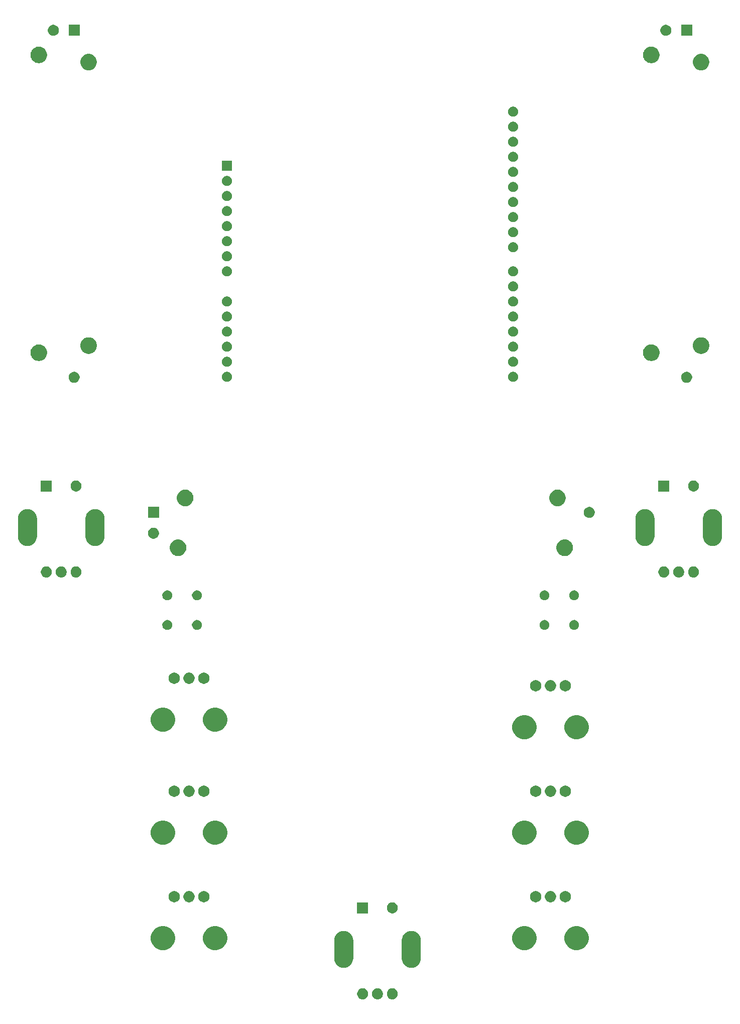
<source format=gbr>
G04 #@! TF.GenerationSoftware,KiCad,Pcbnew,5.1.5+dfsg1-2build2*
G04 #@! TF.CreationDate,2024-01-26T22:00:08+01:00*
G04 #@! TF.ProjectId,console,636f6e73-6f6c-4652-9e6b-696361645f70,rev?*
G04 #@! TF.SameCoordinates,Original*
G04 #@! TF.FileFunction,Soldermask,Top*
G04 #@! TF.FilePolarity,Negative*
%FSLAX46Y46*%
G04 Gerber Fmt 4.6, Leading zero omitted, Abs format (unit mm)*
G04 Created by KiCad (PCBNEW 5.1.5+dfsg1-2build2) date 2024-01-26 22:00:08*
%MOMM*%
%LPD*%
G04 APERTURE LIST*
%ADD10C,0.100000*%
G04 APERTURE END LIST*
D10*
G36*
X92960698Y-186936749D02*
G01*
X93020396Y-186948624D01*
X93189099Y-187018504D01*
X93340928Y-187119952D01*
X93470048Y-187249072D01*
X93571496Y-187400901D01*
X93641376Y-187569604D01*
X93677000Y-187748699D01*
X93677000Y-187931301D01*
X93641376Y-188110396D01*
X93571496Y-188279099D01*
X93470048Y-188430928D01*
X93340928Y-188560048D01*
X93189099Y-188661496D01*
X93020396Y-188731376D01*
X92960698Y-188743251D01*
X92841303Y-188767000D01*
X92658697Y-188767000D01*
X92539302Y-188743251D01*
X92479604Y-188731376D01*
X92310901Y-188661496D01*
X92159072Y-188560048D01*
X92029952Y-188430928D01*
X91928504Y-188279099D01*
X91858624Y-188110396D01*
X91823000Y-187931301D01*
X91823000Y-187748699D01*
X91858624Y-187569604D01*
X91928504Y-187400901D01*
X92029952Y-187249072D01*
X92159072Y-187119952D01*
X92310901Y-187018504D01*
X92479604Y-186948624D01*
X92539302Y-186936749D01*
X92658697Y-186913000D01*
X92841303Y-186913000D01*
X92960698Y-186936749D01*
G37*
G36*
X95460698Y-186936749D02*
G01*
X95520396Y-186948624D01*
X95689099Y-187018504D01*
X95840928Y-187119952D01*
X95970048Y-187249072D01*
X96071496Y-187400901D01*
X96141376Y-187569604D01*
X96177000Y-187748699D01*
X96177000Y-187931301D01*
X96141376Y-188110396D01*
X96071496Y-188279099D01*
X95970048Y-188430928D01*
X95840928Y-188560048D01*
X95689099Y-188661496D01*
X95520396Y-188731376D01*
X95460698Y-188743251D01*
X95341303Y-188767000D01*
X95158697Y-188767000D01*
X95039302Y-188743251D01*
X94979604Y-188731376D01*
X94810901Y-188661496D01*
X94659072Y-188560048D01*
X94529952Y-188430928D01*
X94428504Y-188279099D01*
X94358624Y-188110396D01*
X94323000Y-187931301D01*
X94323000Y-187748699D01*
X94358624Y-187569604D01*
X94428504Y-187400901D01*
X94529952Y-187249072D01*
X94659072Y-187119952D01*
X94810901Y-187018504D01*
X94979604Y-186948624D01*
X95039302Y-186936749D01*
X95158697Y-186913000D01*
X95341303Y-186913000D01*
X95460698Y-186936749D01*
G37*
G36*
X97960698Y-186936749D02*
G01*
X98020396Y-186948624D01*
X98189099Y-187018504D01*
X98340928Y-187119952D01*
X98470048Y-187249072D01*
X98571496Y-187400901D01*
X98641376Y-187569604D01*
X98677000Y-187748699D01*
X98677000Y-187931301D01*
X98641376Y-188110396D01*
X98571496Y-188279099D01*
X98470048Y-188430928D01*
X98340928Y-188560048D01*
X98189099Y-188661496D01*
X98020396Y-188731376D01*
X97960698Y-188743251D01*
X97841303Y-188767000D01*
X97658697Y-188767000D01*
X97539302Y-188743251D01*
X97479604Y-188731376D01*
X97310901Y-188661496D01*
X97159072Y-188560048D01*
X97029952Y-188430928D01*
X96928504Y-188279099D01*
X96858624Y-188110396D01*
X96823000Y-187931301D01*
X96823000Y-187748699D01*
X96858624Y-187569604D01*
X96928504Y-187400901D01*
X97029952Y-187249072D01*
X97159072Y-187119952D01*
X97310901Y-187018504D01*
X97479604Y-186948624D01*
X97539302Y-186936749D01*
X97658697Y-186913000D01*
X97841303Y-186913000D01*
X97960698Y-186936749D01*
G37*
G36*
X101264044Y-177261179D02*
G01*
X101566027Y-177352785D01*
X101844325Y-177501538D01*
X101844328Y-177501540D01*
X101844329Y-177501541D01*
X102088266Y-177701734D01*
X102088268Y-177701737D01*
X102288460Y-177945671D01*
X102437215Y-178223972D01*
X102528821Y-178525955D01*
X102552000Y-178761299D01*
X102552000Y-181918701D01*
X102528821Y-182154045D01*
X102437215Y-182456028D01*
X102288460Y-182734329D01*
X102088266Y-182978266D01*
X101844329Y-183178460D01*
X101566028Y-183327215D01*
X101264045Y-183418821D01*
X100950000Y-183449751D01*
X100635956Y-183418821D01*
X100333973Y-183327215D01*
X100055672Y-183178460D01*
X99811735Y-182978266D01*
X99611541Y-182734329D01*
X99462786Y-182456028D01*
X99371180Y-182154045D01*
X99348001Y-181918701D01*
X99348000Y-178761300D01*
X99371179Y-178525956D01*
X99462785Y-178223973D01*
X99611538Y-177945675D01*
X99611542Y-177945670D01*
X99811734Y-177701734D01*
X100055670Y-177501541D01*
X100055669Y-177501541D01*
X100055671Y-177501540D01*
X100333972Y-177352785D01*
X100635955Y-177261179D01*
X100950000Y-177230249D01*
X101264044Y-177261179D01*
G37*
G36*
X89864044Y-177261179D02*
G01*
X90166027Y-177352785D01*
X90444325Y-177501538D01*
X90444328Y-177501540D01*
X90444329Y-177501541D01*
X90688266Y-177701734D01*
X90688268Y-177701737D01*
X90888460Y-177945671D01*
X91037215Y-178223972D01*
X91128821Y-178525955D01*
X91152000Y-178761299D01*
X91152000Y-181918701D01*
X91128821Y-182154045D01*
X91037215Y-182456028D01*
X90888460Y-182734329D01*
X90688266Y-182978266D01*
X90444329Y-183178460D01*
X90166028Y-183327215D01*
X89864045Y-183418821D01*
X89550000Y-183449751D01*
X89235956Y-183418821D01*
X88933973Y-183327215D01*
X88655672Y-183178460D01*
X88411735Y-182978266D01*
X88211541Y-182734329D01*
X88062786Y-182456028D01*
X87971180Y-182154045D01*
X87948001Y-181918701D01*
X87948000Y-178761300D01*
X87971179Y-178525956D01*
X88062785Y-178223973D01*
X88211538Y-177945675D01*
X88211542Y-177945670D01*
X88411734Y-177701734D01*
X88655670Y-177501541D01*
X88655669Y-177501541D01*
X88655671Y-177501540D01*
X88933972Y-177352785D01*
X89235955Y-177261179D01*
X89550000Y-177230249D01*
X89864044Y-177261179D01*
G37*
G36*
X59658254Y-176477818D02*
G01*
X60031511Y-176632426D01*
X60031513Y-176632427D01*
X60367436Y-176856884D01*
X60653116Y-177142564D01*
X60877574Y-177478489D01*
X61032182Y-177851746D01*
X61111000Y-178247993D01*
X61111000Y-178652007D01*
X61032182Y-179048254D01*
X60877574Y-179421511D01*
X60877573Y-179421513D01*
X60653116Y-179757436D01*
X60367436Y-180043116D01*
X60031513Y-180267573D01*
X60031512Y-180267574D01*
X60031511Y-180267574D01*
X59658254Y-180422182D01*
X59262007Y-180501000D01*
X58857993Y-180501000D01*
X58461746Y-180422182D01*
X58088489Y-180267574D01*
X58088488Y-180267574D01*
X58088487Y-180267573D01*
X57752564Y-180043116D01*
X57466884Y-179757436D01*
X57242427Y-179421513D01*
X57242426Y-179421511D01*
X57087818Y-179048254D01*
X57009000Y-178652007D01*
X57009000Y-178247993D01*
X57087818Y-177851746D01*
X57242426Y-177478489D01*
X57466884Y-177142564D01*
X57752564Y-176856884D01*
X58088487Y-176632427D01*
X58088489Y-176632426D01*
X58461746Y-176477818D01*
X58857993Y-176399000D01*
X59262007Y-176399000D01*
X59658254Y-176477818D01*
G37*
G36*
X68458254Y-176477818D02*
G01*
X68831511Y-176632426D01*
X68831513Y-176632427D01*
X69167436Y-176856884D01*
X69453116Y-177142564D01*
X69677574Y-177478489D01*
X69832182Y-177851746D01*
X69911000Y-178247993D01*
X69911000Y-178652007D01*
X69832182Y-179048254D01*
X69677574Y-179421511D01*
X69677573Y-179421513D01*
X69453116Y-179757436D01*
X69167436Y-180043116D01*
X68831513Y-180267573D01*
X68831512Y-180267574D01*
X68831511Y-180267574D01*
X68458254Y-180422182D01*
X68062007Y-180501000D01*
X67657993Y-180501000D01*
X67261746Y-180422182D01*
X66888489Y-180267574D01*
X66888488Y-180267574D01*
X66888487Y-180267573D01*
X66552564Y-180043116D01*
X66266884Y-179757436D01*
X66042427Y-179421513D01*
X66042426Y-179421511D01*
X65887818Y-179048254D01*
X65809000Y-178652007D01*
X65809000Y-178247993D01*
X65887818Y-177851746D01*
X66042426Y-177478489D01*
X66266884Y-177142564D01*
X66552564Y-176856884D01*
X66888487Y-176632427D01*
X66888489Y-176632426D01*
X67261746Y-176477818D01*
X67657993Y-176399000D01*
X68062007Y-176399000D01*
X68458254Y-176477818D01*
G37*
G36*
X129418254Y-176477818D02*
G01*
X129791511Y-176632426D01*
X129791513Y-176632427D01*
X130127436Y-176856884D01*
X130413116Y-177142564D01*
X130637574Y-177478489D01*
X130792182Y-177851746D01*
X130871000Y-178247993D01*
X130871000Y-178652007D01*
X130792182Y-179048254D01*
X130637574Y-179421511D01*
X130637573Y-179421513D01*
X130413116Y-179757436D01*
X130127436Y-180043116D01*
X129791513Y-180267573D01*
X129791512Y-180267574D01*
X129791511Y-180267574D01*
X129418254Y-180422182D01*
X129022007Y-180501000D01*
X128617993Y-180501000D01*
X128221746Y-180422182D01*
X127848489Y-180267574D01*
X127848488Y-180267574D01*
X127848487Y-180267573D01*
X127512564Y-180043116D01*
X127226884Y-179757436D01*
X127002427Y-179421513D01*
X127002426Y-179421511D01*
X126847818Y-179048254D01*
X126769000Y-178652007D01*
X126769000Y-178247993D01*
X126847818Y-177851746D01*
X127002426Y-177478489D01*
X127226884Y-177142564D01*
X127512564Y-176856884D01*
X127848487Y-176632427D01*
X127848489Y-176632426D01*
X128221746Y-176477818D01*
X128617993Y-176399000D01*
X129022007Y-176399000D01*
X129418254Y-176477818D01*
G37*
G36*
X120618254Y-176477818D02*
G01*
X120991511Y-176632426D01*
X120991513Y-176632427D01*
X121327436Y-176856884D01*
X121613116Y-177142564D01*
X121837574Y-177478489D01*
X121992182Y-177851746D01*
X122071000Y-178247993D01*
X122071000Y-178652007D01*
X121992182Y-179048254D01*
X121837574Y-179421511D01*
X121837573Y-179421513D01*
X121613116Y-179757436D01*
X121327436Y-180043116D01*
X120991513Y-180267573D01*
X120991512Y-180267574D01*
X120991511Y-180267574D01*
X120618254Y-180422182D01*
X120222007Y-180501000D01*
X119817993Y-180501000D01*
X119421746Y-180422182D01*
X119048489Y-180267574D01*
X119048488Y-180267574D01*
X119048487Y-180267573D01*
X118712564Y-180043116D01*
X118426884Y-179757436D01*
X118202427Y-179421513D01*
X118202426Y-179421511D01*
X118047818Y-179048254D01*
X117969000Y-178652007D01*
X117969000Y-178247993D01*
X118047818Y-177851746D01*
X118202426Y-177478489D01*
X118426884Y-177142564D01*
X118712564Y-176856884D01*
X119048487Y-176632427D01*
X119048489Y-176632426D01*
X119421746Y-176477818D01*
X119817993Y-176399000D01*
X120222007Y-176399000D01*
X120618254Y-176477818D01*
G37*
G36*
X97960698Y-172436749D02*
G01*
X98020396Y-172448624D01*
X98189099Y-172518504D01*
X98340928Y-172619952D01*
X98470048Y-172749072D01*
X98571496Y-172900901D01*
X98641376Y-173069604D01*
X98677000Y-173248699D01*
X98677000Y-173431301D01*
X98641376Y-173610396D01*
X98571496Y-173779099D01*
X98470048Y-173930928D01*
X98340928Y-174060048D01*
X98189099Y-174161496D01*
X98020396Y-174231376D01*
X97960698Y-174243251D01*
X97841303Y-174267000D01*
X97658697Y-174267000D01*
X97539302Y-174243251D01*
X97479604Y-174231376D01*
X97310901Y-174161496D01*
X97159072Y-174060048D01*
X97029952Y-173930928D01*
X96928504Y-173779099D01*
X96858624Y-173610396D01*
X96823000Y-173431301D01*
X96823000Y-173248699D01*
X96858624Y-173069604D01*
X96928504Y-172900901D01*
X97029952Y-172749072D01*
X97159072Y-172619952D01*
X97310901Y-172518504D01*
X97479604Y-172448624D01*
X97539302Y-172436749D01*
X97658697Y-172413000D01*
X97841303Y-172413000D01*
X97960698Y-172436749D01*
G37*
G36*
X93677000Y-174267000D02*
G01*
X91823000Y-174267000D01*
X91823000Y-172413000D01*
X93677000Y-172413000D01*
X93677000Y-174267000D01*
G37*
G36*
X127197395Y-170535546D02*
G01*
X127370466Y-170607234D01*
X127370467Y-170607235D01*
X127526227Y-170711310D01*
X127658690Y-170843773D01*
X127658691Y-170843775D01*
X127762766Y-170999534D01*
X127834454Y-171172605D01*
X127871000Y-171356333D01*
X127871000Y-171543667D01*
X127834454Y-171727395D01*
X127762766Y-171900466D01*
X127762765Y-171900467D01*
X127658690Y-172056227D01*
X127526227Y-172188690D01*
X127447818Y-172241081D01*
X127370466Y-172292766D01*
X127197395Y-172364454D01*
X127013667Y-172401000D01*
X126826333Y-172401000D01*
X126642605Y-172364454D01*
X126469534Y-172292766D01*
X126392182Y-172241081D01*
X126313773Y-172188690D01*
X126181310Y-172056227D01*
X126077235Y-171900467D01*
X126077234Y-171900466D01*
X126005546Y-171727395D01*
X125969000Y-171543667D01*
X125969000Y-171356333D01*
X126005546Y-171172605D01*
X126077234Y-170999534D01*
X126181309Y-170843775D01*
X126181310Y-170843773D01*
X126313773Y-170711310D01*
X126469533Y-170607235D01*
X126469534Y-170607234D01*
X126642605Y-170535546D01*
X126826333Y-170499000D01*
X127013667Y-170499000D01*
X127197395Y-170535546D01*
G37*
G36*
X124697395Y-170535546D02*
G01*
X124870466Y-170607234D01*
X124870467Y-170607235D01*
X125026227Y-170711310D01*
X125158690Y-170843773D01*
X125158691Y-170843775D01*
X125262766Y-170999534D01*
X125334454Y-171172605D01*
X125371000Y-171356333D01*
X125371000Y-171543667D01*
X125334454Y-171727395D01*
X125262766Y-171900466D01*
X125262765Y-171900467D01*
X125158690Y-172056227D01*
X125026227Y-172188690D01*
X124947818Y-172241081D01*
X124870466Y-172292766D01*
X124697395Y-172364454D01*
X124513667Y-172401000D01*
X124326333Y-172401000D01*
X124142605Y-172364454D01*
X123969534Y-172292766D01*
X123892182Y-172241081D01*
X123813773Y-172188690D01*
X123681310Y-172056227D01*
X123577235Y-171900467D01*
X123577234Y-171900466D01*
X123505546Y-171727395D01*
X123469000Y-171543667D01*
X123469000Y-171356333D01*
X123505546Y-171172605D01*
X123577234Y-170999534D01*
X123681309Y-170843775D01*
X123681310Y-170843773D01*
X123813773Y-170711310D01*
X123969533Y-170607235D01*
X123969534Y-170607234D01*
X124142605Y-170535546D01*
X124326333Y-170499000D01*
X124513667Y-170499000D01*
X124697395Y-170535546D01*
G37*
G36*
X61237395Y-170535546D02*
G01*
X61410466Y-170607234D01*
X61410467Y-170607235D01*
X61566227Y-170711310D01*
X61698690Y-170843773D01*
X61698691Y-170843775D01*
X61802766Y-170999534D01*
X61874454Y-171172605D01*
X61911000Y-171356333D01*
X61911000Y-171543667D01*
X61874454Y-171727395D01*
X61802766Y-171900466D01*
X61802765Y-171900467D01*
X61698690Y-172056227D01*
X61566227Y-172188690D01*
X61487818Y-172241081D01*
X61410466Y-172292766D01*
X61237395Y-172364454D01*
X61053667Y-172401000D01*
X60866333Y-172401000D01*
X60682605Y-172364454D01*
X60509534Y-172292766D01*
X60432182Y-172241081D01*
X60353773Y-172188690D01*
X60221310Y-172056227D01*
X60117235Y-171900467D01*
X60117234Y-171900466D01*
X60045546Y-171727395D01*
X60009000Y-171543667D01*
X60009000Y-171356333D01*
X60045546Y-171172605D01*
X60117234Y-170999534D01*
X60221309Y-170843775D01*
X60221310Y-170843773D01*
X60353773Y-170711310D01*
X60509533Y-170607235D01*
X60509534Y-170607234D01*
X60682605Y-170535546D01*
X60866333Y-170499000D01*
X61053667Y-170499000D01*
X61237395Y-170535546D01*
G37*
G36*
X63737395Y-170535546D02*
G01*
X63910466Y-170607234D01*
X63910467Y-170607235D01*
X64066227Y-170711310D01*
X64198690Y-170843773D01*
X64198691Y-170843775D01*
X64302766Y-170999534D01*
X64374454Y-171172605D01*
X64411000Y-171356333D01*
X64411000Y-171543667D01*
X64374454Y-171727395D01*
X64302766Y-171900466D01*
X64302765Y-171900467D01*
X64198690Y-172056227D01*
X64066227Y-172188690D01*
X63987818Y-172241081D01*
X63910466Y-172292766D01*
X63737395Y-172364454D01*
X63553667Y-172401000D01*
X63366333Y-172401000D01*
X63182605Y-172364454D01*
X63009534Y-172292766D01*
X62932182Y-172241081D01*
X62853773Y-172188690D01*
X62721310Y-172056227D01*
X62617235Y-171900467D01*
X62617234Y-171900466D01*
X62545546Y-171727395D01*
X62509000Y-171543667D01*
X62509000Y-171356333D01*
X62545546Y-171172605D01*
X62617234Y-170999534D01*
X62721309Y-170843775D01*
X62721310Y-170843773D01*
X62853773Y-170711310D01*
X63009533Y-170607235D01*
X63009534Y-170607234D01*
X63182605Y-170535546D01*
X63366333Y-170499000D01*
X63553667Y-170499000D01*
X63737395Y-170535546D01*
G37*
G36*
X66237395Y-170535546D02*
G01*
X66410466Y-170607234D01*
X66410467Y-170607235D01*
X66566227Y-170711310D01*
X66698690Y-170843773D01*
X66698691Y-170843775D01*
X66802766Y-170999534D01*
X66874454Y-171172605D01*
X66911000Y-171356333D01*
X66911000Y-171543667D01*
X66874454Y-171727395D01*
X66802766Y-171900466D01*
X66802765Y-171900467D01*
X66698690Y-172056227D01*
X66566227Y-172188690D01*
X66487818Y-172241081D01*
X66410466Y-172292766D01*
X66237395Y-172364454D01*
X66053667Y-172401000D01*
X65866333Y-172401000D01*
X65682605Y-172364454D01*
X65509534Y-172292766D01*
X65432182Y-172241081D01*
X65353773Y-172188690D01*
X65221310Y-172056227D01*
X65117235Y-171900467D01*
X65117234Y-171900466D01*
X65045546Y-171727395D01*
X65009000Y-171543667D01*
X65009000Y-171356333D01*
X65045546Y-171172605D01*
X65117234Y-170999534D01*
X65221309Y-170843775D01*
X65221310Y-170843773D01*
X65353773Y-170711310D01*
X65509533Y-170607235D01*
X65509534Y-170607234D01*
X65682605Y-170535546D01*
X65866333Y-170499000D01*
X66053667Y-170499000D01*
X66237395Y-170535546D01*
G37*
G36*
X122197395Y-170535546D02*
G01*
X122370466Y-170607234D01*
X122370467Y-170607235D01*
X122526227Y-170711310D01*
X122658690Y-170843773D01*
X122658691Y-170843775D01*
X122762766Y-170999534D01*
X122834454Y-171172605D01*
X122871000Y-171356333D01*
X122871000Y-171543667D01*
X122834454Y-171727395D01*
X122762766Y-171900466D01*
X122762765Y-171900467D01*
X122658690Y-172056227D01*
X122526227Y-172188690D01*
X122447818Y-172241081D01*
X122370466Y-172292766D01*
X122197395Y-172364454D01*
X122013667Y-172401000D01*
X121826333Y-172401000D01*
X121642605Y-172364454D01*
X121469534Y-172292766D01*
X121392182Y-172241081D01*
X121313773Y-172188690D01*
X121181310Y-172056227D01*
X121077235Y-171900467D01*
X121077234Y-171900466D01*
X121005546Y-171727395D01*
X120969000Y-171543667D01*
X120969000Y-171356333D01*
X121005546Y-171172605D01*
X121077234Y-170999534D01*
X121181309Y-170843775D01*
X121181310Y-170843773D01*
X121313773Y-170711310D01*
X121469533Y-170607235D01*
X121469534Y-170607234D01*
X121642605Y-170535546D01*
X121826333Y-170499000D01*
X122013667Y-170499000D01*
X122197395Y-170535546D01*
G37*
G36*
X68458254Y-158697818D02*
G01*
X68831511Y-158852426D01*
X68831513Y-158852427D01*
X69167436Y-159076884D01*
X69453116Y-159362564D01*
X69677574Y-159698489D01*
X69832182Y-160071746D01*
X69911000Y-160467993D01*
X69911000Y-160872007D01*
X69832182Y-161268254D01*
X69677574Y-161641511D01*
X69677573Y-161641513D01*
X69453116Y-161977436D01*
X69167436Y-162263116D01*
X68831513Y-162487573D01*
X68831512Y-162487574D01*
X68831511Y-162487574D01*
X68458254Y-162642182D01*
X68062007Y-162721000D01*
X67657993Y-162721000D01*
X67261746Y-162642182D01*
X66888489Y-162487574D01*
X66888488Y-162487574D01*
X66888487Y-162487573D01*
X66552564Y-162263116D01*
X66266884Y-161977436D01*
X66042427Y-161641513D01*
X66042426Y-161641511D01*
X65887818Y-161268254D01*
X65809000Y-160872007D01*
X65809000Y-160467993D01*
X65887818Y-160071746D01*
X66042426Y-159698489D01*
X66266884Y-159362564D01*
X66552564Y-159076884D01*
X66888487Y-158852427D01*
X66888489Y-158852426D01*
X67261746Y-158697818D01*
X67657993Y-158619000D01*
X68062007Y-158619000D01*
X68458254Y-158697818D01*
G37*
G36*
X59658254Y-158697818D02*
G01*
X60031511Y-158852426D01*
X60031513Y-158852427D01*
X60367436Y-159076884D01*
X60653116Y-159362564D01*
X60877574Y-159698489D01*
X61032182Y-160071746D01*
X61111000Y-160467993D01*
X61111000Y-160872007D01*
X61032182Y-161268254D01*
X60877574Y-161641511D01*
X60877573Y-161641513D01*
X60653116Y-161977436D01*
X60367436Y-162263116D01*
X60031513Y-162487573D01*
X60031512Y-162487574D01*
X60031511Y-162487574D01*
X59658254Y-162642182D01*
X59262007Y-162721000D01*
X58857993Y-162721000D01*
X58461746Y-162642182D01*
X58088489Y-162487574D01*
X58088488Y-162487574D01*
X58088487Y-162487573D01*
X57752564Y-162263116D01*
X57466884Y-161977436D01*
X57242427Y-161641513D01*
X57242426Y-161641511D01*
X57087818Y-161268254D01*
X57009000Y-160872007D01*
X57009000Y-160467993D01*
X57087818Y-160071746D01*
X57242426Y-159698489D01*
X57466884Y-159362564D01*
X57752564Y-159076884D01*
X58088487Y-158852427D01*
X58088489Y-158852426D01*
X58461746Y-158697818D01*
X58857993Y-158619000D01*
X59262007Y-158619000D01*
X59658254Y-158697818D01*
G37*
G36*
X120618254Y-158697818D02*
G01*
X120991511Y-158852426D01*
X120991513Y-158852427D01*
X121327436Y-159076884D01*
X121613116Y-159362564D01*
X121837574Y-159698489D01*
X121992182Y-160071746D01*
X122071000Y-160467993D01*
X122071000Y-160872007D01*
X121992182Y-161268254D01*
X121837574Y-161641511D01*
X121837573Y-161641513D01*
X121613116Y-161977436D01*
X121327436Y-162263116D01*
X120991513Y-162487573D01*
X120991512Y-162487574D01*
X120991511Y-162487574D01*
X120618254Y-162642182D01*
X120222007Y-162721000D01*
X119817993Y-162721000D01*
X119421746Y-162642182D01*
X119048489Y-162487574D01*
X119048488Y-162487574D01*
X119048487Y-162487573D01*
X118712564Y-162263116D01*
X118426884Y-161977436D01*
X118202427Y-161641513D01*
X118202426Y-161641511D01*
X118047818Y-161268254D01*
X117969000Y-160872007D01*
X117969000Y-160467993D01*
X118047818Y-160071746D01*
X118202426Y-159698489D01*
X118426884Y-159362564D01*
X118712564Y-159076884D01*
X119048487Y-158852427D01*
X119048489Y-158852426D01*
X119421746Y-158697818D01*
X119817993Y-158619000D01*
X120222007Y-158619000D01*
X120618254Y-158697818D01*
G37*
G36*
X129418254Y-158697818D02*
G01*
X129791511Y-158852426D01*
X129791513Y-158852427D01*
X130127436Y-159076884D01*
X130413116Y-159362564D01*
X130637574Y-159698489D01*
X130792182Y-160071746D01*
X130871000Y-160467993D01*
X130871000Y-160872007D01*
X130792182Y-161268254D01*
X130637574Y-161641511D01*
X130637573Y-161641513D01*
X130413116Y-161977436D01*
X130127436Y-162263116D01*
X129791513Y-162487573D01*
X129791512Y-162487574D01*
X129791511Y-162487574D01*
X129418254Y-162642182D01*
X129022007Y-162721000D01*
X128617993Y-162721000D01*
X128221746Y-162642182D01*
X127848489Y-162487574D01*
X127848488Y-162487574D01*
X127848487Y-162487573D01*
X127512564Y-162263116D01*
X127226884Y-161977436D01*
X127002427Y-161641513D01*
X127002426Y-161641511D01*
X126847818Y-161268254D01*
X126769000Y-160872007D01*
X126769000Y-160467993D01*
X126847818Y-160071746D01*
X127002426Y-159698489D01*
X127226884Y-159362564D01*
X127512564Y-159076884D01*
X127848487Y-158852427D01*
X127848489Y-158852426D01*
X128221746Y-158697818D01*
X128617993Y-158619000D01*
X129022007Y-158619000D01*
X129418254Y-158697818D01*
G37*
G36*
X124697395Y-152755546D02*
G01*
X124870466Y-152827234D01*
X124870467Y-152827235D01*
X125026227Y-152931310D01*
X125158690Y-153063773D01*
X125158691Y-153063775D01*
X125262766Y-153219534D01*
X125334454Y-153392605D01*
X125371000Y-153576333D01*
X125371000Y-153763667D01*
X125334454Y-153947395D01*
X125262766Y-154120466D01*
X125262765Y-154120467D01*
X125158690Y-154276227D01*
X125026227Y-154408690D01*
X124947818Y-154461081D01*
X124870466Y-154512766D01*
X124697395Y-154584454D01*
X124513667Y-154621000D01*
X124326333Y-154621000D01*
X124142605Y-154584454D01*
X123969534Y-154512766D01*
X123892182Y-154461081D01*
X123813773Y-154408690D01*
X123681310Y-154276227D01*
X123577235Y-154120467D01*
X123577234Y-154120466D01*
X123505546Y-153947395D01*
X123469000Y-153763667D01*
X123469000Y-153576333D01*
X123505546Y-153392605D01*
X123577234Y-153219534D01*
X123681309Y-153063775D01*
X123681310Y-153063773D01*
X123813773Y-152931310D01*
X123969533Y-152827235D01*
X123969534Y-152827234D01*
X124142605Y-152755546D01*
X124326333Y-152719000D01*
X124513667Y-152719000D01*
X124697395Y-152755546D01*
G37*
G36*
X61237395Y-152755546D02*
G01*
X61410466Y-152827234D01*
X61410467Y-152827235D01*
X61566227Y-152931310D01*
X61698690Y-153063773D01*
X61698691Y-153063775D01*
X61802766Y-153219534D01*
X61874454Y-153392605D01*
X61911000Y-153576333D01*
X61911000Y-153763667D01*
X61874454Y-153947395D01*
X61802766Y-154120466D01*
X61802765Y-154120467D01*
X61698690Y-154276227D01*
X61566227Y-154408690D01*
X61487818Y-154461081D01*
X61410466Y-154512766D01*
X61237395Y-154584454D01*
X61053667Y-154621000D01*
X60866333Y-154621000D01*
X60682605Y-154584454D01*
X60509534Y-154512766D01*
X60432182Y-154461081D01*
X60353773Y-154408690D01*
X60221310Y-154276227D01*
X60117235Y-154120467D01*
X60117234Y-154120466D01*
X60045546Y-153947395D01*
X60009000Y-153763667D01*
X60009000Y-153576333D01*
X60045546Y-153392605D01*
X60117234Y-153219534D01*
X60221309Y-153063775D01*
X60221310Y-153063773D01*
X60353773Y-152931310D01*
X60509533Y-152827235D01*
X60509534Y-152827234D01*
X60682605Y-152755546D01*
X60866333Y-152719000D01*
X61053667Y-152719000D01*
X61237395Y-152755546D01*
G37*
G36*
X63737395Y-152755546D02*
G01*
X63910466Y-152827234D01*
X63910467Y-152827235D01*
X64066227Y-152931310D01*
X64198690Y-153063773D01*
X64198691Y-153063775D01*
X64302766Y-153219534D01*
X64374454Y-153392605D01*
X64411000Y-153576333D01*
X64411000Y-153763667D01*
X64374454Y-153947395D01*
X64302766Y-154120466D01*
X64302765Y-154120467D01*
X64198690Y-154276227D01*
X64066227Y-154408690D01*
X63987818Y-154461081D01*
X63910466Y-154512766D01*
X63737395Y-154584454D01*
X63553667Y-154621000D01*
X63366333Y-154621000D01*
X63182605Y-154584454D01*
X63009534Y-154512766D01*
X62932182Y-154461081D01*
X62853773Y-154408690D01*
X62721310Y-154276227D01*
X62617235Y-154120467D01*
X62617234Y-154120466D01*
X62545546Y-153947395D01*
X62509000Y-153763667D01*
X62509000Y-153576333D01*
X62545546Y-153392605D01*
X62617234Y-153219534D01*
X62721309Y-153063775D01*
X62721310Y-153063773D01*
X62853773Y-152931310D01*
X63009533Y-152827235D01*
X63009534Y-152827234D01*
X63182605Y-152755546D01*
X63366333Y-152719000D01*
X63553667Y-152719000D01*
X63737395Y-152755546D01*
G37*
G36*
X66237395Y-152755546D02*
G01*
X66410466Y-152827234D01*
X66410467Y-152827235D01*
X66566227Y-152931310D01*
X66698690Y-153063773D01*
X66698691Y-153063775D01*
X66802766Y-153219534D01*
X66874454Y-153392605D01*
X66911000Y-153576333D01*
X66911000Y-153763667D01*
X66874454Y-153947395D01*
X66802766Y-154120466D01*
X66802765Y-154120467D01*
X66698690Y-154276227D01*
X66566227Y-154408690D01*
X66487818Y-154461081D01*
X66410466Y-154512766D01*
X66237395Y-154584454D01*
X66053667Y-154621000D01*
X65866333Y-154621000D01*
X65682605Y-154584454D01*
X65509534Y-154512766D01*
X65432182Y-154461081D01*
X65353773Y-154408690D01*
X65221310Y-154276227D01*
X65117235Y-154120467D01*
X65117234Y-154120466D01*
X65045546Y-153947395D01*
X65009000Y-153763667D01*
X65009000Y-153576333D01*
X65045546Y-153392605D01*
X65117234Y-153219534D01*
X65221309Y-153063775D01*
X65221310Y-153063773D01*
X65353773Y-152931310D01*
X65509533Y-152827235D01*
X65509534Y-152827234D01*
X65682605Y-152755546D01*
X65866333Y-152719000D01*
X66053667Y-152719000D01*
X66237395Y-152755546D01*
G37*
G36*
X127197395Y-152755546D02*
G01*
X127370466Y-152827234D01*
X127370467Y-152827235D01*
X127526227Y-152931310D01*
X127658690Y-153063773D01*
X127658691Y-153063775D01*
X127762766Y-153219534D01*
X127834454Y-153392605D01*
X127871000Y-153576333D01*
X127871000Y-153763667D01*
X127834454Y-153947395D01*
X127762766Y-154120466D01*
X127762765Y-154120467D01*
X127658690Y-154276227D01*
X127526227Y-154408690D01*
X127447818Y-154461081D01*
X127370466Y-154512766D01*
X127197395Y-154584454D01*
X127013667Y-154621000D01*
X126826333Y-154621000D01*
X126642605Y-154584454D01*
X126469534Y-154512766D01*
X126392182Y-154461081D01*
X126313773Y-154408690D01*
X126181310Y-154276227D01*
X126077235Y-154120467D01*
X126077234Y-154120466D01*
X126005546Y-153947395D01*
X125969000Y-153763667D01*
X125969000Y-153576333D01*
X126005546Y-153392605D01*
X126077234Y-153219534D01*
X126181309Y-153063775D01*
X126181310Y-153063773D01*
X126313773Y-152931310D01*
X126469533Y-152827235D01*
X126469534Y-152827234D01*
X126642605Y-152755546D01*
X126826333Y-152719000D01*
X127013667Y-152719000D01*
X127197395Y-152755546D01*
G37*
G36*
X122197395Y-152755546D02*
G01*
X122370466Y-152827234D01*
X122370467Y-152827235D01*
X122526227Y-152931310D01*
X122658690Y-153063773D01*
X122658691Y-153063775D01*
X122762766Y-153219534D01*
X122834454Y-153392605D01*
X122871000Y-153576333D01*
X122871000Y-153763667D01*
X122834454Y-153947395D01*
X122762766Y-154120466D01*
X122762765Y-154120467D01*
X122658690Y-154276227D01*
X122526227Y-154408690D01*
X122447818Y-154461081D01*
X122370466Y-154512766D01*
X122197395Y-154584454D01*
X122013667Y-154621000D01*
X121826333Y-154621000D01*
X121642605Y-154584454D01*
X121469534Y-154512766D01*
X121392182Y-154461081D01*
X121313773Y-154408690D01*
X121181310Y-154276227D01*
X121077235Y-154120467D01*
X121077234Y-154120466D01*
X121005546Y-153947395D01*
X120969000Y-153763667D01*
X120969000Y-153576333D01*
X121005546Y-153392605D01*
X121077234Y-153219534D01*
X121181309Y-153063775D01*
X121181310Y-153063773D01*
X121313773Y-152931310D01*
X121469533Y-152827235D01*
X121469534Y-152827234D01*
X121642605Y-152755546D01*
X121826333Y-152719000D01*
X122013667Y-152719000D01*
X122197395Y-152755546D01*
G37*
G36*
X120618254Y-140917818D02*
G01*
X120991511Y-141072426D01*
X120991513Y-141072427D01*
X121327436Y-141296884D01*
X121613116Y-141582564D01*
X121837574Y-141918489D01*
X121992182Y-142291746D01*
X122071000Y-142687993D01*
X122071000Y-143092007D01*
X121992182Y-143488254D01*
X121916486Y-143671000D01*
X121837573Y-143861513D01*
X121613116Y-144197436D01*
X121327436Y-144483116D01*
X120991513Y-144707573D01*
X120991512Y-144707574D01*
X120991511Y-144707574D01*
X120618254Y-144862182D01*
X120222007Y-144941000D01*
X119817993Y-144941000D01*
X119421746Y-144862182D01*
X119048489Y-144707574D01*
X119048488Y-144707574D01*
X119048487Y-144707573D01*
X118712564Y-144483116D01*
X118426884Y-144197436D01*
X118202427Y-143861513D01*
X118123514Y-143671000D01*
X118047818Y-143488254D01*
X117969000Y-143092007D01*
X117969000Y-142687993D01*
X118047818Y-142291746D01*
X118202426Y-141918489D01*
X118426884Y-141582564D01*
X118712564Y-141296884D01*
X119048487Y-141072427D01*
X119048489Y-141072426D01*
X119421746Y-140917818D01*
X119817993Y-140839000D01*
X120222007Y-140839000D01*
X120618254Y-140917818D01*
G37*
G36*
X129418254Y-140917818D02*
G01*
X129791511Y-141072426D01*
X129791513Y-141072427D01*
X130127436Y-141296884D01*
X130413116Y-141582564D01*
X130637574Y-141918489D01*
X130792182Y-142291746D01*
X130871000Y-142687993D01*
X130871000Y-143092007D01*
X130792182Y-143488254D01*
X130716486Y-143671000D01*
X130637573Y-143861513D01*
X130413116Y-144197436D01*
X130127436Y-144483116D01*
X129791513Y-144707573D01*
X129791512Y-144707574D01*
X129791511Y-144707574D01*
X129418254Y-144862182D01*
X129022007Y-144941000D01*
X128617993Y-144941000D01*
X128221746Y-144862182D01*
X127848489Y-144707574D01*
X127848488Y-144707574D01*
X127848487Y-144707573D01*
X127512564Y-144483116D01*
X127226884Y-144197436D01*
X127002427Y-143861513D01*
X126923514Y-143671000D01*
X126847818Y-143488254D01*
X126769000Y-143092007D01*
X126769000Y-142687993D01*
X126847818Y-142291746D01*
X127002426Y-141918489D01*
X127226884Y-141582564D01*
X127512564Y-141296884D01*
X127848487Y-141072427D01*
X127848489Y-141072426D01*
X128221746Y-140917818D01*
X128617993Y-140839000D01*
X129022007Y-140839000D01*
X129418254Y-140917818D01*
G37*
G36*
X68458254Y-139647818D02*
G01*
X68831511Y-139802426D01*
X68831513Y-139802427D01*
X69167436Y-140026884D01*
X69453116Y-140312564D01*
X69677574Y-140648489D01*
X69832182Y-141021746D01*
X69911000Y-141417993D01*
X69911000Y-141822007D01*
X69832182Y-142218254D01*
X69677574Y-142591511D01*
X69677573Y-142591513D01*
X69453116Y-142927436D01*
X69167436Y-143213116D01*
X68831513Y-143437573D01*
X68831512Y-143437574D01*
X68831511Y-143437574D01*
X68458254Y-143592182D01*
X68062007Y-143671000D01*
X67657993Y-143671000D01*
X67261746Y-143592182D01*
X66888489Y-143437574D01*
X66888488Y-143437574D01*
X66888487Y-143437573D01*
X66552564Y-143213116D01*
X66266884Y-142927436D01*
X66042427Y-142591513D01*
X66042426Y-142591511D01*
X65887818Y-142218254D01*
X65809000Y-141822007D01*
X65809000Y-141417993D01*
X65887818Y-141021746D01*
X66042426Y-140648489D01*
X66266884Y-140312564D01*
X66552564Y-140026884D01*
X66888487Y-139802427D01*
X66888489Y-139802426D01*
X67261746Y-139647818D01*
X67657993Y-139569000D01*
X68062007Y-139569000D01*
X68458254Y-139647818D01*
G37*
G36*
X59658254Y-139647818D02*
G01*
X60031511Y-139802426D01*
X60031513Y-139802427D01*
X60367436Y-140026884D01*
X60653116Y-140312564D01*
X60877574Y-140648489D01*
X61032182Y-141021746D01*
X61111000Y-141417993D01*
X61111000Y-141822007D01*
X61032182Y-142218254D01*
X60877574Y-142591511D01*
X60877573Y-142591513D01*
X60653116Y-142927436D01*
X60367436Y-143213116D01*
X60031513Y-143437573D01*
X60031512Y-143437574D01*
X60031511Y-143437574D01*
X59658254Y-143592182D01*
X59262007Y-143671000D01*
X58857993Y-143671000D01*
X58461746Y-143592182D01*
X58088489Y-143437574D01*
X58088488Y-143437574D01*
X58088487Y-143437573D01*
X57752564Y-143213116D01*
X57466884Y-142927436D01*
X57242427Y-142591513D01*
X57242426Y-142591511D01*
X57087818Y-142218254D01*
X57009000Y-141822007D01*
X57009000Y-141417993D01*
X57087818Y-141021746D01*
X57242426Y-140648489D01*
X57466884Y-140312564D01*
X57752564Y-140026884D01*
X58088487Y-139802427D01*
X58088489Y-139802426D01*
X58461746Y-139647818D01*
X58857993Y-139569000D01*
X59262007Y-139569000D01*
X59658254Y-139647818D01*
G37*
G36*
X122197395Y-134975546D02*
G01*
X122370466Y-135047234D01*
X122447818Y-135098919D01*
X122526227Y-135151310D01*
X122658690Y-135283773D01*
X122658691Y-135283775D01*
X122762766Y-135439534D01*
X122834454Y-135612605D01*
X122871000Y-135796333D01*
X122871000Y-135983667D01*
X122834454Y-136167395D01*
X122762766Y-136340466D01*
X122762765Y-136340467D01*
X122658690Y-136496227D01*
X122526227Y-136628690D01*
X122447818Y-136681081D01*
X122370466Y-136732766D01*
X122197395Y-136804454D01*
X122013667Y-136841000D01*
X121826333Y-136841000D01*
X121642605Y-136804454D01*
X121469534Y-136732766D01*
X121392182Y-136681081D01*
X121313773Y-136628690D01*
X121181310Y-136496227D01*
X121077235Y-136340467D01*
X121077234Y-136340466D01*
X121005546Y-136167395D01*
X120969000Y-135983667D01*
X120969000Y-135796333D01*
X121005546Y-135612605D01*
X121077234Y-135439534D01*
X121181309Y-135283775D01*
X121181310Y-135283773D01*
X121313773Y-135151310D01*
X121392182Y-135098919D01*
X121469534Y-135047234D01*
X121642605Y-134975546D01*
X121826333Y-134939000D01*
X122013667Y-134939000D01*
X122197395Y-134975546D01*
G37*
G36*
X124697395Y-134975546D02*
G01*
X124870466Y-135047234D01*
X124947818Y-135098919D01*
X125026227Y-135151310D01*
X125158690Y-135283773D01*
X125158691Y-135283775D01*
X125262766Y-135439534D01*
X125334454Y-135612605D01*
X125371000Y-135796333D01*
X125371000Y-135983667D01*
X125334454Y-136167395D01*
X125262766Y-136340466D01*
X125262765Y-136340467D01*
X125158690Y-136496227D01*
X125026227Y-136628690D01*
X124947818Y-136681081D01*
X124870466Y-136732766D01*
X124697395Y-136804454D01*
X124513667Y-136841000D01*
X124326333Y-136841000D01*
X124142605Y-136804454D01*
X123969534Y-136732766D01*
X123892182Y-136681081D01*
X123813773Y-136628690D01*
X123681310Y-136496227D01*
X123577235Y-136340467D01*
X123577234Y-136340466D01*
X123505546Y-136167395D01*
X123469000Y-135983667D01*
X123469000Y-135796333D01*
X123505546Y-135612605D01*
X123577234Y-135439534D01*
X123681309Y-135283775D01*
X123681310Y-135283773D01*
X123813773Y-135151310D01*
X123892182Y-135098919D01*
X123969534Y-135047234D01*
X124142605Y-134975546D01*
X124326333Y-134939000D01*
X124513667Y-134939000D01*
X124697395Y-134975546D01*
G37*
G36*
X127197395Y-134975546D02*
G01*
X127370466Y-135047234D01*
X127447818Y-135098919D01*
X127526227Y-135151310D01*
X127658690Y-135283773D01*
X127658691Y-135283775D01*
X127762766Y-135439534D01*
X127834454Y-135612605D01*
X127871000Y-135796333D01*
X127871000Y-135983667D01*
X127834454Y-136167395D01*
X127762766Y-136340466D01*
X127762765Y-136340467D01*
X127658690Y-136496227D01*
X127526227Y-136628690D01*
X127447818Y-136681081D01*
X127370466Y-136732766D01*
X127197395Y-136804454D01*
X127013667Y-136841000D01*
X126826333Y-136841000D01*
X126642605Y-136804454D01*
X126469534Y-136732766D01*
X126392182Y-136681081D01*
X126313773Y-136628690D01*
X126181310Y-136496227D01*
X126077235Y-136340467D01*
X126077234Y-136340466D01*
X126005546Y-136167395D01*
X125969000Y-135983667D01*
X125969000Y-135796333D01*
X126005546Y-135612605D01*
X126077234Y-135439534D01*
X126181309Y-135283775D01*
X126181310Y-135283773D01*
X126313773Y-135151310D01*
X126392182Y-135098919D01*
X126469534Y-135047234D01*
X126642605Y-134975546D01*
X126826333Y-134939000D01*
X127013667Y-134939000D01*
X127197395Y-134975546D01*
G37*
G36*
X63737395Y-133705546D02*
G01*
X63910466Y-133777234D01*
X63910467Y-133777235D01*
X64066227Y-133881310D01*
X64198690Y-134013773D01*
X64198691Y-134013775D01*
X64302766Y-134169534D01*
X64374454Y-134342605D01*
X64411000Y-134526333D01*
X64411000Y-134713667D01*
X64374454Y-134897395D01*
X64302766Y-135070466D01*
X64302765Y-135070467D01*
X64198690Y-135226227D01*
X64066227Y-135358690D01*
X63987818Y-135411081D01*
X63910466Y-135462766D01*
X63737395Y-135534454D01*
X63553667Y-135571000D01*
X63366333Y-135571000D01*
X63182605Y-135534454D01*
X63009534Y-135462766D01*
X62932182Y-135411081D01*
X62853773Y-135358690D01*
X62721310Y-135226227D01*
X62617235Y-135070467D01*
X62617234Y-135070466D01*
X62545546Y-134897395D01*
X62509000Y-134713667D01*
X62509000Y-134526333D01*
X62545546Y-134342605D01*
X62617234Y-134169534D01*
X62721309Y-134013775D01*
X62721310Y-134013773D01*
X62853773Y-133881310D01*
X63009533Y-133777235D01*
X63009534Y-133777234D01*
X63182605Y-133705546D01*
X63366333Y-133669000D01*
X63553667Y-133669000D01*
X63737395Y-133705546D01*
G37*
G36*
X61237395Y-133705546D02*
G01*
X61410466Y-133777234D01*
X61410467Y-133777235D01*
X61566227Y-133881310D01*
X61698690Y-134013773D01*
X61698691Y-134013775D01*
X61802766Y-134169534D01*
X61874454Y-134342605D01*
X61911000Y-134526333D01*
X61911000Y-134713667D01*
X61874454Y-134897395D01*
X61802766Y-135070466D01*
X61802765Y-135070467D01*
X61698690Y-135226227D01*
X61566227Y-135358690D01*
X61487818Y-135411081D01*
X61410466Y-135462766D01*
X61237395Y-135534454D01*
X61053667Y-135571000D01*
X60866333Y-135571000D01*
X60682605Y-135534454D01*
X60509534Y-135462766D01*
X60432182Y-135411081D01*
X60353773Y-135358690D01*
X60221310Y-135226227D01*
X60117235Y-135070467D01*
X60117234Y-135070466D01*
X60045546Y-134897395D01*
X60009000Y-134713667D01*
X60009000Y-134526333D01*
X60045546Y-134342605D01*
X60117234Y-134169534D01*
X60221309Y-134013775D01*
X60221310Y-134013773D01*
X60353773Y-133881310D01*
X60509533Y-133777235D01*
X60509534Y-133777234D01*
X60682605Y-133705546D01*
X60866333Y-133669000D01*
X61053667Y-133669000D01*
X61237395Y-133705546D01*
G37*
G36*
X66237395Y-133705546D02*
G01*
X66410466Y-133777234D01*
X66410467Y-133777235D01*
X66566227Y-133881310D01*
X66698690Y-134013773D01*
X66698691Y-134013775D01*
X66802766Y-134169534D01*
X66874454Y-134342605D01*
X66911000Y-134526333D01*
X66911000Y-134713667D01*
X66874454Y-134897395D01*
X66802766Y-135070466D01*
X66802765Y-135070467D01*
X66698690Y-135226227D01*
X66566227Y-135358690D01*
X66487818Y-135411081D01*
X66410466Y-135462766D01*
X66237395Y-135534454D01*
X66053667Y-135571000D01*
X65866333Y-135571000D01*
X65682605Y-135534454D01*
X65509534Y-135462766D01*
X65432182Y-135411081D01*
X65353773Y-135358690D01*
X65221310Y-135226227D01*
X65117235Y-135070467D01*
X65117234Y-135070466D01*
X65045546Y-134897395D01*
X65009000Y-134713667D01*
X65009000Y-134526333D01*
X65045546Y-134342605D01*
X65117234Y-134169534D01*
X65221309Y-134013775D01*
X65221310Y-134013773D01*
X65353773Y-133881310D01*
X65509533Y-133777235D01*
X65509534Y-133777234D01*
X65682605Y-133705546D01*
X65866333Y-133669000D01*
X66053667Y-133669000D01*
X66237395Y-133705546D01*
G37*
G36*
X59963164Y-124827700D02*
G01*
X60044152Y-124843809D01*
X60196731Y-124907009D01*
X60334049Y-124998762D01*
X60450828Y-125115541D01*
X60542581Y-125252859D01*
X60605781Y-125405438D01*
X60638000Y-125567415D01*
X60638000Y-125732565D01*
X60605781Y-125894542D01*
X60542581Y-126047121D01*
X60450828Y-126184439D01*
X60334049Y-126301218D01*
X60196731Y-126392971D01*
X60044152Y-126456171D01*
X59963163Y-126472281D01*
X59882176Y-126488390D01*
X59717024Y-126488390D01*
X59636037Y-126472281D01*
X59555048Y-126456171D01*
X59402469Y-126392971D01*
X59265151Y-126301218D01*
X59148372Y-126184439D01*
X59056619Y-126047121D01*
X58993419Y-125894542D01*
X58961200Y-125732565D01*
X58961200Y-125567415D01*
X58993419Y-125405438D01*
X59056619Y-125252859D01*
X59148372Y-125115541D01*
X59265151Y-124998762D01*
X59402469Y-124907009D01*
X59555048Y-124843809D01*
X59636036Y-124827700D01*
X59717024Y-124811590D01*
X59882176Y-124811590D01*
X59963164Y-124827700D01*
G37*
G36*
X64963164Y-124827700D02*
G01*
X65044152Y-124843809D01*
X65196731Y-124907009D01*
X65334049Y-124998762D01*
X65450828Y-125115541D01*
X65542581Y-125252859D01*
X65605781Y-125405438D01*
X65638000Y-125567415D01*
X65638000Y-125732565D01*
X65605781Y-125894542D01*
X65542581Y-126047121D01*
X65450828Y-126184439D01*
X65334049Y-126301218D01*
X65196731Y-126392971D01*
X65044152Y-126456171D01*
X64963163Y-126472281D01*
X64882176Y-126488390D01*
X64717024Y-126488390D01*
X64636037Y-126472281D01*
X64555048Y-126456171D01*
X64402469Y-126392971D01*
X64265151Y-126301218D01*
X64148372Y-126184439D01*
X64056619Y-126047121D01*
X63993419Y-125894542D01*
X63961200Y-125732565D01*
X63961200Y-125567415D01*
X63993419Y-125405438D01*
X64056619Y-125252859D01*
X64148372Y-125115541D01*
X64265151Y-124998762D01*
X64402469Y-124907009D01*
X64555048Y-124843809D01*
X64636036Y-124827700D01*
X64717024Y-124811590D01*
X64882176Y-124811590D01*
X64963164Y-124827700D01*
G37*
G36*
X123573964Y-124827700D02*
G01*
X123654952Y-124843809D01*
X123807531Y-124907009D01*
X123944849Y-124998762D01*
X124061628Y-125115541D01*
X124153381Y-125252859D01*
X124216581Y-125405438D01*
X124248800Y-125567415D01*
X124248800Y-125732565D01*
X124216581Y-125894542D01*
X124153381Y-126047121D01*
X124061628Y-126184439D01*
X123944849Y-126301218D01*
X123807531Y-126392971D01*
X123654952Y-126456171D01*
X123573963Y-126472281D01*
X123492976Y-126488390D01*
X123327824Y-126488390D01*
X123246837Y-126472281D01*
X123165848Y-126456171D01*
X123013269Y-126392971D01*
X122875951Y-126301218D01*
X122759172Y-126184439D01*
X122667419Y-126047121D01*
X122604219Y-125894542D01*
X122572000Y-125732565D01*
X122572000Y-125567415D01*
X122604219Y-125405438D01*
X122667419Y-125252859D01*
X122759172Y-125115541D01*
X122875951Y-124998762D01*
X123013269Y-124907009D01*
X123165848Y-124843809D01*
X123246836Y-124827700D01*
X123327824Y-124811590D01*
X123492976Y-124811590D01*
X123573964Y-124827700D01*
G37*
G36*
X128573964Y-124827700D02*
G01*
X128654952Y-124843809D01*
X128807531Y-124907009D01*
X128944849Y-124998762D01*
X129061628Y-125115541D01*
X129153381Y-125252859D01*
X129216581Y-125405438D01*
X129248800Y-125567415D01*
X129248800Y-125732565D01*
X129216581Y-125894542D01*
X129153381Y-126047121D01*
X129061628Y-126184439D01*
X128944849Y-126301218D01*
X128807531Y-126392971D01*
X128654952Y-126456171D01*
X128573963Y-126472281D01*
X128492976Y-126488390D01*
X128327824Y-126488390D01*
X128246837Y-126472281D01*
X128165848Y-126456171D01*
X128013269Y-126392971D01*
X127875951Y-126301218D01*
X127759172Y-126184439D01*
X127667419Y-126047121D01*
X127604219Y-125894542D01*
X127572000Y-125732565D01*
X127572000Y-125567415D01*
X127604219Y-125405438D01*
X127667419Y-125252859D01*
X127759172Y-125115541D01*
X127875951Y-124998762D01*
X128013269Y-124907009D01*
X128165848Y-124843809D01*
X128246836Y-124827700D01*
X128327824Y-124811590D01*
X128492976Y-124811590D01*
X128573964Y-124827700D01*
G37*
G36*
X59963164Y-119827710D02*
G01*
X60044152Y-119843819D01*
X60196731Y-119907019D01*
X60334049Y-119998772D01*
X60450828Y-120115551D01*
X60542581Y-120252869D01*
X60605781Y-120405448D01*
X60638000Y-120567425D01*
X60638000Y-120732575D01*
X60605781Y-120894552D01*
X60542581Y-121047131D01*
X60450828Y-121184449D01*
X60334049Y-121301228D01*
X60196731Y-121392981D01*
X60044152Y-121456181D01*
X59963164Y-121472290D01*
X59882176Y-121488400D01*
X59717024Y-121488400D01*
X59636036Y-121472290D01*
X59555048Y-121456181D01*
X59402469Y-121392981D01*
X59265151Y-121301228D01*
X59148372Y-121184449D01*
X59056619Y-121047131D01*
X58993419Y-120894552D01*
X58961200Y-120732575D01*
X58961200Y-120567425D01*
X58993419Y-120405448D01*
X59056619Y-120252869D01*
X59148372Y-120115551D01*
X59265151Y-119998772D01*
X59402469Y-119907019D01*
X59555048Y-119843819D01*
X59636036Y-119827710D01*
X59717024Y-119811600D01*
X59882176Y-119811600D01*
X59963164Y-119827710D01*
G37*
G36*
X123573964Y-119827710D02*
G01*
X123654952Y-119843819D01*
X123807531Y-119907019D01*
X123944849Y-119998772D01*
X124061628Y-120115551D01*
X124153381Y-120252869D01*
X124216581Y-120405448D01*
X124248800Y-120567425D01*
X124248800Y-120732575D01*
X124216581Y-120894552D01*
X124153381Y-121047131D01*
X124061628Y-121184449D01*
X123944849Y-121301228D01*
X123807531Y-121392981D01*
X123654952Y-121456181D01*
X123573964Y-121472290D01*
X123492976Y-121488400D01*
X123327824Y-121488400D01*
X123246836Y-121472290D01*
X123165848Y-121456181D01*
X123013269Y-121392981D01*
X122875951Y-121301228D01*
X122759172Y-121184449D01*
X122667419Y-121047131D01*
X122604219Y-120894552D01*
X122572000Y-120732575D01*
X122572000Y-120567425D01*
X122604219Y-120405448D01*
X122667419Y-120252869D01*
X122759172Y-120115551D01*
X122875951Y-119998772D01*
X123013269Y-119907019D01*
X123165848Y-119843819D01*
X123246836Y-119827710D01*
X123327824Y-119811600D01*
X123492976Y-119811600D01*
X123573964Y-119827710D01*
G37*
G36*
X64963164Y-119827710D02*
G01*
X65044152Y-119843819D01*
X65196731Y-119907019D01*
X65334049Y-119998772D01*
X65450828Y-120115551D01*
X65542581Y-120252869D01*
X65605781Y-120405448D01*
X65638000Y-120567425D01*
X65638000Y-120732575D01*
X65605781Y-120894552D01*
X65542581Y-121047131D01*
X65450828Y-121184449D01*
X65334049Y-121301228D01*
X65196731Y-121392981D01*
X65044152Y-121456181D01*
X64963164Y-121472290D01*
X64882176Y-121488400D01*
X64717024Y-121488400D01*
X64636036Y-121472290D01*
X64555048Y-121456181D01*
X64402469Y-121392981D01*
X64265151Y-121301228D01*
X64148372Y-121184449D01*
X64056619Y-121047131D01*
X63993419Y-120894552D01*
X63961200Y-120732575D01*
X63961200Y-120567425D01*
X63993419Y-120405448D01*
X64056619Y-120252869D01*
X64148372Y-120115551D01*
X64265151Y-119998772D01*
X64402469Y-119907019D01*
X64555048Y-119843819D01*
X64636036Y-119827710D01*
X64717024Y-119811600D01*
X64882176Y-119811600D01*
X64963164Y-119827710D01*
G37*
G36*
X128573964Y-119827710D02*
G01*
X128654952Y-119843819D01*
X128807531Y-119907019D01*
X128944849Y-119998772D01*
X129061628Y-120115551D01*
X129153381Y-120252869D01*
X129216581Y-120405448D01*
X129248800Y-120567425D01*
X129248800Y-120732575D01*
X129216581Y-120894552D01*
X129153381Y-121047131D01*
X129061628Y-121184449D01*
X128944849Y-121301228D01*
X128807531Y-121392981D01*
X128654952Y-121456181D01*
X128573964Y-121472290D01*
X128492976Y-121488400D01*
X128327824Y-121488400D01*
X128246836Y-121472290D01*
X128165848Y-121456181D01*
X128013269Y-121392981D01*
X127875951Y-121301228D01*
X127759172Y-121184449D01*
X127667419Y-121047131D01*
X127604219Y-120894552D01*
X127572000Y-120732575D01*
X127572000Y-120567425D01*
X127604219Y-120405448D01*
X127667419Y-120252869D01*
X127759172Y-120115551D01*
X127875951Y-119998772D01*
X128013269Y-119907019D01*
X128165848Y-119843819D01*
X128246836Y-119827710D01*
X128327824Y-119811600D01*
X128492976Y-119811600D01*
X128573964Y-119827710D01*
G37*
G36*
X44620698Y-115816749D02*
G01*
X44680396Y-115828624D01*
X44849099Y-115898504D01*
X45000928Y-115999952D01*
X45130048Y-116129072D01*
X45231496Y-116280901D01*
X45301376Y-116449604D01*
X45337000Y-116628699D01*
X45337000Y-116811301D01*
X45301376Y-116990396D01*
X45231496Y-117159099D01*
X45130048Y-117310928D01*
X45000928Y-117440048D01*
X44849099Y-117541496D01*
X44680396Y-117611376D01*
X44620698Y-117623251D01*
X44501303Y-117647000D01*
X44318697Y-117647000D01*
X44199302Y-117623251D01*
X44139604Y-117611376D01*
X43970901Y-117541496D01*
X43819072Y-117440048D01*
X43689952Y-117310928D01*
X43588504Y-117159099D01*
X43518624Y-116990396D01*
X43483000Y-116811301D01*
X43483000Y-116628699D01*
X43518624Y-116449604D01*
X43588504Y-116280901D01*
X43689952Y-116129072D01*
X43819072Y-115999952D01*
X43970901Y-115898504D01*
X44139604Y-115828624D01*
X44199302Y-115816749D01*
X44318697Y-115793000D01*
X44501303Y-115793000D01*
X44620698Y-115816749D01*
G37*
G36*
X143760698Y-115816749D02*
G01*
X143820396Y-115828624D01*
X143989099Y-115898504D01*
X144140928Y-115999952D01*
X144270048Y-116129072D01*
X144371496Y-116280901D01*
X144441376Y-116449604D01*
X144477000Y-116628699D01*
X144477000Y-116811301D01*
X144441376Y-116990396D01*
X144371496Y-117159099D01*
X144270048Y-117310928D01*
X144140928Y-117440048D01*
X143989099Y-117541496D01*
X143820396Y-117611376D01*
X143760698Y-117623251D01*
X143641303Y-117647000D01*
X143458697Y-117647000D01*
X143339302Y-117623251D01*
X143279604Y-117611376D01*
X143110901Y-117541496D01*
X142959072Y-117440048D01*
X142829952Y-117310928D01*
X142728504Y-117159099D01*
X142658624Y-116990396D01*
X142623000Y-116811301D01*
X142623000Y-116628699D01*
X142658624Y-116449604D01*
X142728504Y-116280901D01*
X142829952Y-116129072D01*
X142959072Y-115999952D01*
X143110901Y-115898504D01*
X143279604Y-115828624D01*
X143339302Y-115816749D01*
X143458697Y-115793000D01*
X143641303Y-115793000D01*
X143760698Y-115816749D01*
G37*
G36*
X42120698Y-115816749D02*
G01*
X42180396Y-115828624D01*
X42349099Y-115898504D01*
X42500928Y-115999952D01*
X42630048Y-116129072D01*
X42731496Y-116280901D01*
X42801376Y-116449604D01*
X42837000Y-116628699D01*
X42837000Y-116811301D01*
X42801376Y-116990396D01*
X42731496Y-117159099D01*
X42630048Y-117310928D01*
X42500928Y-117440048D01*
X42349099Y-117541496D01*
X42180396Y-117611376D01*
X42120698Y-117623251D01*
X42001303Y-117647000D01*
X41818697Y-117647000D01*
X41699302Y-117623251D01*
X41639604Y-117611376D01*
X41470901Y-117541496D01*
X41319072Y-117440048D01*
X41189952Y-117310928D01*
X41088504Y-117159099D01*
X41018624Y-116990396D01*
X40983000Y-116811301D01*
X40983000Y-116628699D01*
X41018624Y-116449604D01*
X41088504Y-116280901D01*
X41189952Y-116129072D01*
X41319072Y-115999952D01*
X41470901Y-115898504D01*
X41639604Y-115828624D01*
X41699302Y-115816749D01*
X41818697Y-115793000D01*
X42001303Y-115793000D01*
X42120698Y-115816749D01*
G37*
G36*
X148760698Y-115816749D02*
G01*
X148820396Y-115828624D01*
X148989099Y-115898504D01*
X149140928Y-115999952D01*
X149270048Y-116129072D01*
X149371496Y-116280901D01*
X149441376Y-116449604D01*
X149477000Y-116628699D01*
X149477000Y-116811301D01*
X149441376Y-116990396D01*
X149371496Y-117159099D01*
X149270048Y-117310928D01*
X149140928Y-117440048D01*
X148989099Y-117541496D01*
X148820396Y-117611376D01*
X148760698Y-117623251D01*
X148641303Y-117647000D01*
X148458697Y-117647000D01*
X148339302Y-117623251D01*
X148279604Y-117611376D01*
X148110901Y-117541496D01*
X147959072Y-117440048D01*
X147829952Y-117310928D01*
X147728504Y-117159099D01*
X147658624Y-116990396D01*
X147623000Y-116811301D01*
X147623000Y-116628699D01*
X147658624Y-116449604D01*
X147728504Y-116280901D01*
X147829952Y-116129072D01*
X147959072Y-115999952D01*
X148110901Y-115898504D01*
X148279604Y-115828624D01*
X148339302Y-115816749D01*
X148458697Y-115793000D01*
X148641303Y-115793000D01*
X148760698Y-115816749D01*
G37*
G36*
X39620698Y-115816749D02*
G01*
X39680396Y-115828624D01*
X39849099Y-115898504D01*
X40000928Y-115999952D01*
X40130048Y-116129072D01*
X40231496Y-116280901D01*
X40301376Y-116449604D01*
X40337000Y-116628699D01*
X40337000Y-116811301D01*
X40301376Y-116990396D01*
X40231496Y-117159099D01*
X40130048Y-117310928D01*
X40000928Y-117440048D01*
X39849099Y-117541496D01*
X39680396Y-117611376D01*
X39620698Y-117623251D01*
X39501303Y-117647000D01*
X39318697Y-117647000D01*
X39199302Y-117623251D01*
X39139604Y-117611376D01*
X38970901Y-117541496D01*
X38819072Y-117440048D01*
X38689952Y-117310928D01*
X38588504Y-117159099D01*
X38518624Y-116990396D01*
X38483000Y-116811301D01*
X38483000Y-116628699D01*
X38518624Y-116449604D01*
X38588504Y-116280901D01*
X38689952Y-116129072D01*
X38819072Y-115999952D01*
X38970901Y-115898504D01*
X39139604Y-115828624D01*
X39199302Y-115816749D01*
X39318697Y-115793000D01*
X39501303Y-115793000D01*
X39620698Y-115816749D01*
G37*
G36*
X146260698Y-115816749D02*
G01*
X146320396Y-115828624D01*
X146489099Y-115898504D01*
X146640928Y-115999952D01*
X146770048Y-116129072D01*
X146871496Y-116280901D01*
X146941376Y-116449604D01*
X146977000Y-116628699D01*
X146977000Y-116811301D01*
X146941376Y-116990396D01*
X146871496Y-117159099D01*
X146770048Y-117310928D01*
X146640928Y-117440048D01*
X146489099Y-117541496D01*
X146320396Y-117611376D01*
X146260698Y-117623251D01*
X146141303Y-117647000D01*
X145958697Y-117647000D01*
X145839302Y-117623251D01*
X145779604Y-117611376D01*
X145610901Y-117541496D01*
X145459072Y-117440048D01*
X145329952Y-117310928D01*
X145228504Y-117159099D01*
X145158624Y-116990396D01*
X145123000Y-116811301D01*
X145123000Y-116628699D01*
X145158624Y-116449604D01*
X145228504Y-116280901D01*
X145329952Y-116129072D01*
X145459072Y-115999952D01*
X145610901Y-115898504D01*
X145779604Y-115828624D01*
X145839302Y-115816749D01*
X145958697Y-115793000D01*
X146141303Y-115793000D01*
X146260698Y-115816749D01*
G37*
G36*
X127128433Y-111264893D02*
G01*
X127218657Y-111282839D01*
X127324267Y-111326585D01*
X127473621Y-111388449D01*
X127473622Y-111388450D01*
X127703086Y-111541772D01*
X127898228Y-111736914D01*
X127979312Y-111858266D01*
X128051551Y-111966379D01*
X128157161Y-112221344D01*
X128211000Y-112492012D01*
X128211000Y-112767988D01*
X128157161Y-113038656D01*
X128051551Y-113293621D01*
X128051550Y-113293622D01*
X127898228Y-113523086D01*
X127703086Y-113718228D01*
X127549763Y-113820675D01*
X127473621Y-113871551D01*
X127324267Y-113933415D01*
X127218657Y-113977161D01*
X127128433Y-113995107D01*
X126947988Y-114031000D01*
X126672012Y-114031000D01*
X126491567Y-113995107D01*
X126401343Y-113977161D01*
X126295733Y-113933415D01*
X126146379Y-113871551D01*
X126070237Y-113820675D01*
X125916914Y-113718228D01*
X125721772Y-113523086D01*
X125568450Y-113293622D01*
X125568449Y-113293621D01*
X125462839Y-113038656D01*
X125409000Y-112767988D01*
X125409000Y-112492012D01*
X125462839Y-112221344D01*
X125568449Y-111966379D01*
X125640688Y-111858266D01*
X125721772Y-111736914D01*
X125916914Y-111541772D01*
X126146378Y-111388450D01*
X126146379Y-111388449D01*
X126295733Y-111326585D01*
X126401343Y-111282839D01*
X126491567Y-111264893D01*
X126672012Y-111229000D01*
X126947988Y-111229000D01*
X127128433Y-111264893D01*
G37*
G36*
X61928433Y-111264893D02*
G01*
X62018657Y-111282839D01*
X62124267Y-111326585D01*
X62273621Y-111388449D01*
X62273622Y-111388450D01*
X62503086Y-111541772D01*
X62698228Y-111736914D01*
X62779312Y-111858266D01*
X62851551Y-111966379D01*
X62957161Y-112221344D01*
X63011000Y-112492012D01*
X63011000Y-112767988D01*
X62957161Y-113038656D01*
X62851551Y-113293621D01*
X62851550Y-113293622D01*
X62698228Y-113523086D01*
X62503086Y-113718228D01*
X62349763Y-113820675D01*
X62273621Y-113871551D01*
X62124267Y-113933415D01*
X62018657Y-113977161D01*
X61928433Y-113995107D01*
X61747988Y-114031000D01*
X61472012Y-114031000D01*
X61291567Y-113995107D01*
X61201343Y-113977161D01*
X61095733Y-113933415D01*
X60946379Y-113871551D01*
X60870237Y-113820675D01*
X60716914Y-113718228D01*
X60521772Y-113523086D01*
X60368450Y-113293622D01*
X60368449Y-113293621D01*
X60262839Y-113038656D01*
X60209000Y-112767988D01*
X60209000Y-112492012D01*
X60262839Y-112221344D01*
X60368449Y-111966379D01*
X60440688Y-111858266D01*
X60521772Y-111736914D01*
X60716914Y-111541772D01*
X60946378Y-111388450D01*
X60946379Y-111388449D01*
X61095733Y-111326585D01*
X61201343Y-111282839D01*
X61291567Y-111264893D01*
X61472012Y-111229000D01*
X61747988Y-111229000D01*
X61928433Y-111264893D01*
G37*
G36*
X152064044Y-106141179D02*
G01*
X152366027Y-106232785D01*
X152644325Y-106381538D01*
X152644328Y-106381540D01*
X152644329Y-106381541D01*
X152888266Y-106581734D01*
X152888268Y-106581737D01*
X153088460Y-106825671D01*
X153237215Y-107103972D01*
X153328821Y-107405955D01*
X153352000Y-107641299D01*
X153352000Y-110798701D01*
X153328821Y-111034045D01*
X153237215Y-111336028D01*
X153088460Y-111614329D01*
X152888266Y-111858266D01*
X152644329Y-112058460D01*
X152366028Y-112207215D01*
X152366025Y-112207216D01*
X152319451Y-112221344D01*
X152064045Y-112298821D01*
X151750000Y-112329751D01*
X151435956Y-112298821D01*
X151180550Y-112221344D01*
X151133976Y-112207216D01*
X151133973Y-112207215D01*
X150855672Y-112058460D01*
X150611735Y-111858266D01*
X150411541Y-111614329D01*
X150262786Y-111336028D01*
X150171180Y-111034045D01*
X150148001Y-110798701D01*
X150148000Y-107641300D01*
X150171179Y-107405956D01*
X150262785Y-107103973D01*
X150411538Y-106825675D01*
X150456242Y-106771203D01*
X150611734Y-106581734D01*
X150855670Y-106381541D01*
X150855669Y-106381541D01*
X150855671Y-106381540D01*
X151133972Y-106232785D01*
X151435955Y-106141179D01*
X151750000Y-106110249D01*
X152064044Y-106141179D01*
G37*
G36*
X140664044Y-106141179D02*
G01*
X140966027Y-106232785D01*
X141244325Y-106381538D01*
X141244328Y-106381540D01*
X141244329Y-106381541D01*
X141488266Y-106581734D01*
X141488268Y-106581737D01*
X141688460Y-106825671D01*
X141837215Y-107103972D01*
X141928821Y-107405955D01*
X141952000Y-107641299D01*
X141952000Y-110798701D01*
X141928821Y-111034045D01*
X141837215Y-111336028D01*
X141688460Y-111614329D01*
X141488266Y-111858266D01*
X141244329Y-112058460D01*
X140966028Y-112207215D01*
X140966025Y-112207216D01*
X140919451Y-112221344D01*
X140664045Y-112298821D01*
X140350000Y-112329751D01*
X140035956Y-112298821D01*
X139780550Y-112221344D01*
X139733976Y-112207216D01*
X139733973Y-112207215D01*
X139455672Y-112058460D01*
X139211735Y-111858266D01*
X139011541Y-111614329D01*
X138862786Y-111336028D01*
X138771180Y-111034045D01*
X138748001Y-110798701D01*
X138748000Y-107641300D01*
X138771179Y-107405956D01*
X138862785Y-107103973D01*
X139011538Y-106825675D01*
X139056242Y-106771203D01*
X139211734Y-106581734D01*
X139455670Y-106381541D01*
X139455669Y-106381541D01*
X139455671Y-106381540D01*
X139733972Y-106232785D01*
X140035955Y-106141179D01*
X140350000Y-106110249D01*
X140664044Y-106141179D01*
G37*
G36*
X47924044Y-106141179D02*
G01*
X48226027Y-106232785D01*
X48504325Y-106381538D01*
X48504328Y-106381540D01*
X48504329Y-106381541D01*
X48748266Y-106581734D01*
X48748268Y-106581737D01*
X48948460Y-106825671D01*
X49097215Y-107103972D01*
X49188821Y-107405955D01*
X49212000Y-107641299D01*
X49212000Y-110798701D01*
X49188821Y-111034045D01*
X49097215Y-111336028D01*
X48948460Y-111614329D01*
X48748266Y-111858266D01*
X48504329Y-112058460D01*
X48226028Y-112207215D01*
X48226025Y-112207216D01*
X48179451Y-112221344D01*
X47924045Y-112298821D01*
X47610000Y-112329751D01*
X47295956Y-112298821D01*
X47040550Y-112221344D01*
X46993976Y-112207216D01*
X46993973Y-112207215D01*
X46715672Y-112058460D01*
X46471735Y-111858266D01*
X46271541Y-111614329D01*
X46122786Y-111336028D01*
X46031180Y-111034045D01*
X46008001Y-110798701D01*
X46008000Y-107641300D01*
X46031179Y-107405956D01*
X46122785Y-107103973D01*
X46271538Y-106825675D01*
X46316242Y-106771203D01*
X46471734Y-106581734D01*
X46715670Y-106381541D01*
X46715669Y-106381541D01*
X46715671Y-106381540D01*
X46993972Y-106232785D01*
X47295955Y-106141179D01*
X47610000Y-106110249D01*
X47924044Y-106141179D01*
G37*
G36*
X36524044Y-106141179D02*
G01*
X36826027Y-106232785D01*
X37104325Y-106381538D01*
X37104328Y-106381540D01*
X37104329Y-106381541D01*
X37348266Y-106581734D01*
X37348268Y-106581737D01*
X37548460Y-106825671D01*
X37697215Y-107103972D01*
X37788821Y-107405955D01*
X37812000Y-107641299D01*
X37812000Y-110798701D01*
X37788821Y-111034045D01*
X37697215Y-111336028D01*
X37548460Y-111614329D01*
X37348266Y-111858266D01*
X37104329Y-112058460D01*
X36826028Y-112207215D01*
X36826025Y-112207216D01*
X36779451Y-112221344D01*
X36524045Y-112298821D01*
X36210000Y-112329751D01*
X35895956Y-112298821D01*
X35640550Y-112221344D01*
X35593976Y-112207216D01*
X35593973Y-112207215D01*
X35315672Y-112058460D01*
X35071735Y-111858266D01*
X34871541Y-111614329D01*
X34722786Y-111336028D01*
X34631180Y-111034045D01*
X34608001Y-110798701D01*
X34608000Y-107641300D01*
X34631179Y-107405956D01*
X34722785Y-107103973D01*
X34871538Y-106825675D01*
X34916242Y-106771203D01*
X35071734Y-106581734D01*
X35315670Y-106381541D01*
X35315669Y-106381541D01*
X35315671Y-106381540D01*
X35593972Y-106232785D01*
X35895955Y-106141179D01*
X36210000Y-106110249D01*
X36524044Y-106141179D01*
G37*
G36*
X57730104Y-109289585D02*
G01*
X57898626Y-109359389D01*
X58050291Y-109460728D01*
X58179272Y-109589709D01*
X58280611Y-109741374D01*
X58350415Y-109909896D01*
X58386000Y-110088797D01*
X58386000Y-110271203D01*
X58350415Y-110450104D01*
X58280611Y-110618626D01*
X58179272Y-110770291D01*
X58050291Y-110899272D01*
X57898626Y-111000611D01*
X57730104Y-111070415D01*
X57551203Y-111106000D01*
X57368797Y-111106000D01*
X57189896Y-111070415D01*
X57021374Y-111000611D01*
X56869709Y-110899272D01*
X56740728Y-110770291D01*
X56639389Y-110618626D01*
X56569585Y-110450104D01*
X56534000Y-110271203D01*
X56534000Y-110088797D01*
X56569585Y-109909896D01*
X56639389Y-109741374D01*
X56740728Y-109589709D01*
X56869709Y-109460728D01*
X57021374Y-109359389D01*
X57189896Y-109289585D01*
X57368797Y-109254000D01*
X57551203Y-109254000D01*
X57730104Y-109289585D01*
G37*
G36*
X131230104Y-105789585D02*
G01*
X131398626Y-105859389D01*
X131550291Y-105960728D01*
X131679272Y-106089709D01*
X131780611Y-106241374D01*
X131850415Y-106409896D01*
X131886000Y-106588797D01*
X131886000Y-106771203D01*
X131850415Y-106950104D01*
X131780611Y-107118626D01*
X131679272Y-107270291D01*
X131550291Y-107399272D01*
X131398626Y-107500611D01*
X131230104Y-107570415D01*
X131051203Y-107606000D01*
X130868797Y-107606000D01*
X130689896Y-107570415D01*
X130521374Y-107500611D01*
X130369709Y-107399272D01*
X130240728Y-107270291D01*
X130139389Y-107118626D01*
X130069585Y-106950104D01*
X130034000Y-106771203D01*
X130034000Y-106588797D01*
X130069585Y-106409896D01*
X130139389Y-106241374D01*
X130240728Y-106089709D01*
X130369709Y-105960728D01*
X130521374Y-105859389D01*
X130689896Y-105789585D01*
X130868797Y-105754000D01*
X131051203Y-105754000D01*
X131230104Y-105789585D01*
G37*
G36*
X58386000Y-107606000D02*
G01*
X56534000Y-107606000D01*
X56534000Y-105754000D01*
X58386000Y-105754000D01*
X58386000Y-107606000D01*
G37*
G36*
X63128433Y-102864893D02*
G01*
X63218657Y-102882839D01*
X63324267Y-102926585D01*
X63473621Y-102988449D01*
X63473622Y-102988450D01*
X63703086Y-103141772D01*
X63898228Y-103336914D01*
X64000675Y-103490237D01*
X64051551Y-103566379D01*
X64157161Y-103821344D01*
X64211000Y-104092012D01*
X64211000Y-104367988D01*
X64157161Y-104638656D01*
X64051551Y-104893621D01*
X64051550Y-104893622D01*
X63898228Y-105123086D01*
X63703086Y-105318228D01*
X63549763Y-105420675D01*
X63473621Y-105471551D01*
X63324267Y-105533415D01*
X63218657Y-105577161D01*
X63128433Y-105595107D01*
X62947988Y-105631000D01*
X62672012Y-105631000D01*
X62491567Y-105595107D01*
X62401343Y-105577161D01*
X62295733Y-105533415D01*
X62146379Y-105471551D01*
X62070237Y-105420675D01*
X61916914Y-105318228D01*
X61721772Y-105123086D01*
X61568450Y-104893622D01*
X61568449Y-104893621D01*
X61462839Y-104638656D01*
X61409000Y-104367988D01*
X61409000Y-104092012D01*
X61462839Y-103821344D01*
X61568449Y-103566379D01*
X61619325Y-103490237D01*
X61721772Y-103336914D01*
X61916914Y-103141772D01*
X62146378Y-102988450D01*
X62146379Y-102988449D01*
X62295733Y-102926585D01*
X62401343Y-102882839D01*
X62491567Y-102864893D01*
X62672012Y-102829000D01*
X62947988Y-102829000D01*
X63128433Y-102864893D01*
G37*
G36*
X125928433Y-102864893D02*
G01*
X126018657Y-102882839D01*
X126124267Y-102926585D01*
X126273621Y-102988449D01*
X126273622Y-102988450D01*
X126503086Y-103141772D01*
X126698228Y-103336914D01*
X126800675Y-103490237D01*
X126851551Y-103566379D01*
X126957161Y-103821344D01*
X127011000Y-104092012D01*
X127011000Y-104367988D01*
X126957161Y-104638656D01*
X126851551Y-104893621D01*
X126851550Y-104893622D01*
X126698228Y-105123086D01*
X126503086Y-105318228D01*
X126349763Y-105420675D01*
X126273621Y-105471551D01*
X126124267Y-105533415D01*
X126018657Y-105577161D01*
X125928433Y-105595107D01*
X125747988Y-105631000D01*
X125472012Y-105631000D01*
X125291567Y-105595107D01*
X125201343Y-105577161D01*
X125095733Y-105533415D01*
X124946379Y-105471551D01*
X124870237Y-105420675D01*
X124716914Y-105318228D01*
X124521772Y-105123086D01*
X124368450Y-104893622D01*
X124368449Y-104893621D01*
X124262839Y-104638656D01*
X124209000Y-104367988D01*
X124209000Y-104092012D01*
X124262839Y-103821344D01*
X124368449Y-103566379D01*
X124419325Y-103490237D01*
X124521772Y-103336914D01*
X124716914Y-103141772D01*
X124946378Y-102988450D01*
X124946379Y-102988449D01*
X125095733Y-102926585D01*
X125201343Y-102882839D01*
X125291567Y-102864893D01*
X125472012Y-102829000D01*
X125747988Y-102829000D01*
X125928433Y-102864893D01*
G37*
G36*
X40337000Y-103147000D02*
G01*
X38483000Y-103147000D01*
X38483000Y-101293000D01*
X40337000Y-101293000D01*
X40337000Y-103147000D01*
G37*
G36*
X44620698Y-101316749D02*
G01*
X44680396Y-101328624D01*
X44849099Y-101398504D01*
X45000928Y-101499952D01*
X45130048Y-101629072D01*
X45231496Y-101780901D01*
X45301376Y-101949604D01*
X45337000Y-102128699D01*
X45337000Y-102311301D01*
X45301376Y-102490396D01*
X45231496Y-102659099D01*
X45130048Y-102810928D01*
X45000928Y-102940048D01*
X44849099Y-103041496D01*
X44680396Y-103111376D01*
X44620698Y-103123251D01*
X44501303Y-103147000D01*
X44318697Y-103147000D01*
X44199302Y-103123251D01*
X44139604Y-103111376D01*
X43970901Y-103041496D01*
X43819072Y-102940048D01*
X43689952Y-102810928D01*
X43588504Y-102659099D01*
X43518624Y-102490396D01*
X43483000Y-102311301D01*
X43483000Y-102128699D01*
X43518624Y-101949604D01*
X43588504Y-101780901D01*
X43689952Y-101629072D01*
X43819072Y-101499952D01*
X43970901Y-101398504D01*
X44139604Y-101328624D01*
X44199302Y-101316749D01*
X44318697Y-101293000D01*
X44501303Y-101293000D01*
X44620698Y-101316749D01*
G37*
G36*
X144477000Y-103147000D02*
G01*
X142623000Y-103147000D01*
X142623000Y-101293000D01*
X144477000Y-101293000D01*
X144477000Y-103147000D01*
G37*
G36*
X148760698Y-101316749D02*
G01*
X148820396Y-101328624D01*
X148989099Y-101398504D01*
X149140928Y-101499952D01*
X149270048Y-101629072D01*
X149371496Y-101780901D01*
X149441376Y-101949604D01*
X149477000Y-102128699D01*
X149477000Y-102311301D01*
X149441376Y-102490396D01*
X149371496Y-102659099D01*
X149270048Y-102810928D01*
X149140928Y-102940048D01*
X148989099Y-103041496D01*
X148820396Y-103111376D01*
X148760698Y-103123251D01*
X148641303Y-103147000D01*
X148458697Y-103147000D01*
X148339302Y-103123251D01*
X148279604Y-103111376D01*
X148110901Y-103041496D01*
X147959072Y-102940048D01*
X147829952Y-102810928D01*
X147728504Y-102659099D01*
X147658624Y-102490396D01*
X147623000Y-102311301D01*
X147623000Y-102128699D01*
X147658624Y-101949604D01*
X147728504Y-101780901D01*
X147829952Y-101629072D01*
X147959072Y-101499952D01*
X148110901Y-101398504D01*
X148279604Y-101328624D01*
X148339302Y-101316749D01*
X148458697Y-101293000D01*
X148641303Y-101293000D01*
X148760698Y-101316749D01*
G37*
G36*
X147645104Y-83009585D02*
G01*
X147813626Y-83079389D01*
X147965291Y-83180728D01*
X148094272Y-83309709D01*
X148195611Y-83461374D01*
X148265415Y-83629896D01*
X148301000Y-83808797D01*
X148301000Y-83991203D01*
X148265415Y-84170104D01*
X148195611Y-84338626D01*
X148094272Y-84490291D01*
X147965291Y-84619272D01*
X147813626Y-84720611D01*
X147645104Y-84790415D01*
X147466203Y-84826000D01*
X147283797Y-84826000D01*
X147104896Y-84790415D01*
X146936374Y-84720611D01*
X146784709Y-84619272D01*
X146655728Y-84490291D01*
X146554389Y-84338626D01*
X146484585Y-84170104D01*
X146449000Y-83991203D01*
X146449000Y-83808797D01*
X146484585Y-83629896D01*
X146554389Y-83461374D01*
X146655728Y-83309709D01*
X146784709Y-83180728D01*
X146936374Y-83079389D01*
X147104896Y-83009585D01*
X147283797Y-82974000D01*
X147466203Y-82974000D01*
X147645104Y-83009585D01*
G37*
G36*
X44355104Y-83009585D02*
G01*
X44523626Y-83079389D01*
X44675291Y-83180728D01*
X44804272Y-83309709D01*
X44905611Y-83461374D01*
X44975415Y-83629896D01*
X45011000Y-83808797D01*
X45011000Y-83991203D01*
X44975415Y-84170104D01*
X44905611Y-84338626D01*
X44804272Y-84490291D01*
X44675291Y-84619272D01*
X44523626Y-84720611D01*
X44355104Y-84790415D01*
X44176203Y-84826000D01*
X43993797Y-84826000D01*
X43814896Y-84790415D01*
X43646374Y-84720611D01*
X43494709Y-84619272D01*
X43365728Y-84490291D01*
X43264389Y-84338626D01*
X43194585Y-84170104D01*
X43159000Y-83991203D01*
X43159000Y-83808797D01*
X43194585Y-83629896D01*
X43264389Y-83461374D01*
X43365728Y-83309709D01*
X43494709Y-83180728D01*
X43646374Y-83079389D01*
X43814896Y-83009585D01*
X43993797Y-82974000D01*
X44176203Y-82974000D01*
X44355104Y-83009585D01*
G37*
G36*
X118358228Y-83001703D02*
G01*
X118513100Y-83065853D01*
X118652481Y-83158985D01*
X118771015Y-83277519D01*
X118864147Y-83416900D01*
X118928297Y-83571772D01*
X118961000Y-83736184D01*
X118961000Y-83903816D01*
X118928297Y-84068228D01*
X118864147Y-84223100D01*
X118771015Y-84362481D01*
X118652481Y-84481015D01*
X118513100Y-84574147D01*
X118358228Y-84638297D01*
X118193816Y-84671000D01*
X118026184Y-84671000D01*
X117861772Y-84638297D01*
X117706900Y-84574147D01*
X117567519Y-84481015D01*
X117448985Y-84362481D01*
X117355853Y-84223100D01*
X117291703Y-84068228D01*
X117259000Y-83903816D01*
X117259000Y-83736184D01*
X117291703Y-83571772D01*
X117355853Y-83416900D01*
X117448985Y-83277519D01*
X117567519Y-83158985D01*
X117706900Y-83065853D01*
X117861772Y-83001703D01*
X118026184Y-82969000D01*
X118193816Y-82969000D01*
X118358228Y-83001703D01*
G37*
G36*
X70098228Y-83001703D02*
G01*
X70253100Y-83065853D01*
X70392481Y-83158985D01*
X70511015Y-83277519D01*
X70604147Y-83416900D01*
X70668297Y-83571772D01*
X70701000Y-83736184D01*
X70701000Y-83903816D01*
X70668297Y-84068228D01*
X70604147Y-84223100D01*
X70511015Y-84362481D01*
X70392481Y-84481015D01*
X70253100Y-84574147D01*
X70098228Y-84638297D01*
X69933816Y-84671000D01*
X69766184Y-84671000D01*
X69601772Y-84638297D01*
X69446900Y-84574147D01*
X69307519Y-84481015D01*
X69188985Y-84362481D01*
X69095853Y-84223100D01*
X69031703Y-84068228D01*
X68999000Y-83903816D01*
X68999000Y-83736184D01*
X69031703Y-83571772D01*
X69095853Y-83416900D01*
X69188985Y-83277519D01*
X69307519Y-83158985D01*
X69446900Y-83065853D01*
X69601772Y-83001703D01*
X69766184Y-82969000D01*
X69933816Y-82969000D01*
X70098228Y-83001703D01*
G37*
G36*
X118358228Y-80461703D02*
G01*
X118513100Y-80525853D01*
X118652481Y-80618985D01*
X118771015Y-80737519D01*
X118864147Y-80876900D01*
X118928297Y-81031772D01*
X118961000Y-81196184D01*
X118961000Y-81363816D01*
X118928297Y-81528228D01*
X118864147Y-81683100D01*
X118771015Y-81822481D01*
X118652481Y-81941015D01*
X118513100Y-82034147D01*
X118358228Y-82098297D01*
X118193816Y-82131000D01*
X118026184Y-82131000D01*
X117861772Y-82098297D01*
X117706900Y-82034147D01*
X117567519Y-81941015D01*
X117448985Y-81822481D01*
X117355853Y-81683100D01*
X117291703Y-81528228D01*
X117259000Y-81363816D01*
X117259000Y-81196184D01*
X117291703Y-81031772D01*
X117355853Y-80876900D01*
X117448985Y-80737519D01*
X117567519Y-80618985D01*
X117706900Y-80525853D01*
X117861772Y-80461703D01*
X118026184Y-80429000D01*
X118193816Y-80429000D01*
X118358228Y-80461703D01*
G37*
G36*
X70098228Y-80461703D02*
G01*
X70253100Y-80525853D01*
X70392481Y-80618985D01*
X70511015Y-80737519D01*
X70604147Y-80876900D01*
X70668297Y-81031772D01*
X70701000Y-81196184D01*
X70701000Y-81363816D01*
X70668297Y-81528228D01*
X70604147Y-81683100D01*
X70511015Y-81822481D01*
X70392481Y-81941015D01*
X70253100Y-82034147D01*
X70098228Y-82098297D01*
X69933816Y-82131000D01*
X69766184Y-82131000D01*
X69601772Y-82098297D01*
X69446900Y-82034147D01*
X69307519Y-81941015D01*
X69188985Y-81822481D01*
X69095853Y-81683100D01*
X69031703Y-81528228D01*
X68999000Y-81363816D01*
X68999000Y-81196184D01*
X69031703Y-81031772D01*
X69095853Y-80876900D01*
X69188985Y-80737519D01*
X69307519Y-80618985D01*
X69446900Y-80525853D01*
X69601772Y-80461703D01*
X69766184Y-80429000D01*
X69933816Y-80429000D01*
X70098228Y-80461703D01*
G37*
G36*
X38453433Y-78384893D02*
G01*
X38543657Y-78402839D01*
X38649267Y-78446585D01*
X38798621Y-78508449D01*
X38798622Y-78508450D01*
X39028086Y-78661772D01*
X39223228Y-78856914D01*
X39291209Y-78958656D01*
X39376551Y-79086379D01*
X39482161Y-79341344D01*
X39536000Y-79612012D01*
X39536000Y-79887988D01*
X39482161Y-80158656D01*
X39376551Y-80413621D01*
X39376550Y-80413622D01*
X39223228Y-80643086D01*
X39028086Y-80838228D01*
X38970204Y-80876903D01*
X38798621Y-80991551D01*
X38649267Y-81053415D01*
X38543657Y-81097161D01*
X38453433Y-81115107D01*
X38272988Y-81151000D01*
X37997012Y-81151000D01*
X37816567Y-81115107D01*
X37726343Y-81097161D01*
X37620733Y-81053415D01*
X37471379Y-80991551D01*
X37299796Y-80876903D01*
X37241914Y-80838228D01*
X37046772Y-80643086D01*
X36893450Y-80413622D01*
X36893449Y-80413621D01*
X36787839Y-80158656D01*
X36734000Y-79887988D01*
X36734000Y-79612012D01*
X36787839Y-79341344D01*
X36893449Y-79086379D01*
X36978791Y-78958656D01*
X37046772Y-78856914D01*
X37241914Y-78661772D01*
X37471378Y-78508450D01*
X37471379Y-78508449D01*
X37620733Y-78446585D01*
X37726343Y-78402839D01*
X37816567Y-78384893D01*
X37997012Y-78349000D01*
X38272988Y-78349000D01*
X38453433Y-78384893D01*
G37*
G36*
X141743433Y-78384893D02*
G01*
X141833657Y-78402839D01*
X141939267Y-78446585D01*
X142088621Y-78508449D01*
X142088622Y-78508450D01*
X142318086Y-78661772D01*
X142513228Y-78856914D01*
X142581209Y-78958656D01*
X142666551Y-79086379D01*
X142772161Y-79341344D01*
X142826000Y-79612012D01*
X142826000Y-79887988D01*
X142772161Y-80158656D01*
X142666551Y-80413621D01*
X142666550Y-80413622D01*
X142513228Y-80643086D01*
X142318086Y-80838228D01*
X142260204Y-80876903D01*
X142088621Y-80991551D01*
X141939267Y-81053415D01*
X141833657Y-81097161D01*
X141743433Y-81115107D01*
X141562988Y-81151000D01*
X141287012Y-81151000D01*
X141106567Y-81115107D01*
X141016343Y-81097161D01*
X140910733Y-81053415D01*
X140761379Y-80991551D01*
X140589796Y-80876903D01*
X140531914Y-80838228D01*
X140336772Y-80643086D01*
X140183450Y-80413622D01*
X140183449Y-80413621D01*
X140077839Y-80158656D01*
X140024000Y-79887988D01*
X140024000Y-79612012D01*
X140077839Y-79341344D01*
X140183449Y-79086379D01*
X140268791Y-78958656D01*
X140336772Y-78856914D01*
X140531914Y-78661772D01*
X140761378Y-78508450D01*
X140761379Y-78508449D01*
X140910733Y-78446585D01*
X141016343Y-78402839D01*
X141106567Y-78384893D01*
X141287012Y-78349000D01*
X141562988Y-78349000D01*
X141743433Y-78384893D01*
G37*
G36*
X46853433Y-77184893D02*
G01*
X46943657Y-77202839D01*
X47049267Y-77246585D01*
X47198621Y-77308449D01*
X47198622Y-77308450D01*
X47428086Y-77461772D01*
X47623228Y-77656914D01*
X47725675Y-77810237D01*
X47776551Y-77886379D01*
X47817754Y-77985852D01*
X47882161Y-78141343D01*
X47936000Y-78412014D01*
X47936000Y-78687986D01*
X47882161Y-78958657D01*
X47838415Y-79064267D01*
X47776551Y-79213621D01*
X47776550Y-79213622D01*
X47623228Y-79443086D01*
X47428086Y-79638228D01*
X47274763Y-79740675D01*
X47198621Y-79791551D01*
X47049267Y-79853415D01*
X46943657Y-79897161D01*
X46853433Y-79915107D01*
X46672988Y-79951000D01*
X46397012Y-79951000D01*
X46216567Y-79915107D01*
X46126343Y-79897161D01*
X46020733Y-79853415D01*
X45871379Y-79791551D01*
X45795237Y-79740675D01*
X45641914Y-79638228D01*
X45446772Y-79443086D01*
X45293450Y-79213622D01*
X45293449Y-79213621D01*
X45231585Y-79064267D01*
X45187839Y-78958657D01*
X45134000Y-78687986D01*
X45134000Y-78412014D01*
X45187839Y-78141343D01*
X45252246Y-77985852D01*
X45293449Y-77886379D01*
X45344325Y-77810237D01*
X45446772Y-77656914D01*
X45641914Y-77461772D01*
X45871378Y-77308450D01*
X45871379Y-77308449D01*
X46020733Y-77246585D01*
X46126343Y-77202839D01*
X46216567Y-77184893D01*
X46397012Y-77149000D01*
X46672988Y-77149000D01*
X46853433Y-77184893D01*
G37*
G36*
X150143433Y-77184893D02*
G01*
X150233657Y-77202839D01*
X150339267Y-77246585D01*
X150488621Y-77308449D01*
X150488622Y-77308450D01*
X150718086Y-77461772D01*
X150913228Y-77656914D01*
X151015675Y-77810237D01*
X151066551Y-77886379D01*
X151107754Y-77985852D01*
X151172161Y-78141343D01*
X151226000Y-78412014D01*
X151226000Y-78687986D01*
X151172161Y-78958657D01*
X151128415Y-79064267D01*
X151066551Y-79213621D01*
X151066550Y-79213622D01*
X150913228Y-79443086D01*
X150718086Y-79638228D01*
X150564763Y-79740675D01*
X150488621Y-79791551D01*
X150339267Y-79853415D01*
X150233657Y-79897161D01*
X150143433Y-79915107D01*
X149962988Y-79951000D01*
X149687012Y-79951000D01*
X149506567Y-79915107D01*
X149416343Y-79897161D01*
X149310733Y-79853415D01*
X149161379Y-79791551D01*
X149085237Y-79740675D01*
X148931914Y-79638228D01*
X148736772Y-79443086D01*
X148583450Y-79213622D01*
X148583449Y-79213621D01*
X148521585Y-79064267D01*
X148477839Y-78958657D01*
X148424000Y-78687986D01*
X148424000Y-78412014D01*
X148477839Y-78141343D01*
X148542246Y-77985852D01*
X148583449Y-77886379D01*
X148634325Y-77810237D01*
X148736772Y-77656914D01*
X148931914Y-77461772D01*
X149161378Y-77308450D01*
X149161379Y-77308449D01*
X149310733Y-77246585D01*
X149416343Y-77202839D01*
X149506567Y-77184893D01*
X149687012Y-77149000D01*
X149962988Y-77149000D01*
X150143433Y-77184893D01*
G37*
G36*
X118358228Y-77921703D02*
G01*
X118513100Y-77985853D01*
X118652481Y-78078985D01*
X118771015Y-78197519D01*
X118864147Y-78336900D01*
X118928297Y-78491772D01*
X118961000Y-78656184D01*
X118961000Y-78823816D01*
X118928297Y-78988228D01*
X118864147Y-79143100D01*
X118771015Y-79282481D01*
X118652481Y-79401015D01*
X118513100Y-79494147D01*
X118358228Y-79558297D01*
X118193816Y-79591000D01*
X118026184Y-79591000D01*
X117861772Y-79558297D01*
X117706900Y-79494147D01*
X117567519Y-79401015D01*
X117448985Y-79282481D01*
X117355853Y-79143100D01*
X117291703Y-78988228D01*
X117259000Y-78823816D01*
X117259000Y-78656184D01*
X117291703Y-78491772D01*
X117355853Y-78336900D01*
X117448985Y-78197519D01*
X117567519Y-78078985D01*
X117706900Y-77985853D01*
X117861772Y-77921703D01*
X118026184Y-77889000D01*
X118193816Y-77889000D01*
X118358228Y-77921703D01*
G37*
G36*
X70098228Y-77921703D02*
G01*
X70253100Y-77985853D01*
X70392481Y-78078985D01*
X70511015Y-78197519D01*
X70604147Y-78336900D01*
X70668297Y-78491772D01*
X70701000Y-78656184D01*
X70701000Y-78823816D01*
X70668297Y-78988228D01*
X70604147Y-79143100D01*
X70511015Y-79282481D01*
X70392481Y-79401015D01*
X70253100Y-79494147D01*
X70098228Y-79558297D01*
X69933816Y-79591000D01*
X69766184Y-79591000D01*
X69601772Y-79558297D01*
X69446900Y-79494147D01*
X69307519Y-79401015D01*
X69188985Y-79282481D01*
X69095853Y-79143100D01*
X69031703Y-78988228D01*
X68999000Y-78823816D01*
X68999000Y-78656184D01*
X69031703Y-78491772D01*
X69095853Y-78336900D01*
X69188985Y-78197519D01*
X69307519Y-78078985D01*
X69446900Y-77985853D01*
X69601772Y-77921703D01*
X69766184Y-77889000D01*
X69933816Y-77889000D01*
X70098228Y-77921703D01*
G37*
G36*
X70098228Y-75381703D02*
G01*
X70253100Y-75445853D01*
X70392481Y-75538985D01*
X70511015Y-75657519D01*
X70604147Y-75796900D01*
X70668297Y-75951772D01*
X70701000Y-76116184D01*
X70701000Y-76283816D01*
X70668297Y-76448228D01*
X70604147Y-76603100D01*
X70511015Y-76742481D01*
X70392481Y-76861015D01*
X70253100Y-76954147D01*
X70098228Y-77018297D01*
X69933816Y-77051000D01*
X69766184Y-77051000D01*
X69601772Y-77018297D01*
X69446900Y-76954147D01*
X69307519Y-76861015D01*
X69188985Y-76742481D01*
X69095853Y-76603100D01*
X69031703Y-76448228D01*
X68999000Y-76283816D01*
X68999000Y-76116184D01*
X69031703Y-75951772D01*
X69095853Y-75796900D01*
X69188985Y-75657519D01*
X69307519Y-75538985D01*
X69446900Y-75445853D01*
X69601772Y-75381703D01*
X69766184Y-75349000D01*
X69933816Y-75349000D01*
X70098228Y-75381703D01*
G37*
G36*
X118358228Y-75381703D02*
G01*
X118513100Y-75445853D01*
X118652481Y-75538985D01*
X118771015Y-75657519D01*
X118864147Y-75796900D01*
X118928297Y-75951772D01*
X118961000Y-76116184D01*
X118961000Y-76283816D01*
X118928297Y-76448228D01*
X118864147Y-76603100D01*
X118771015Y-76742481D01*
X118652481Y-76861015D01*
X118513100Y-76954147D01*
X118358228Y-77018297D01*
X118193816Y-77051000D01*
X118026184Y-77051000D01*
X117861772Y-77018297D01*
X117706900Y-76954147D01*
X117567519Y-76861015D01*
X117448985Y-76742481D01*
X117355853Y-76603100D01*
X117291703Y-76448228D01*
X117259000Y-76283816D01*
X117259000Y-76116184D01*
X117291703Y-75951772D01*
X117355853Y-75796900D01*
X117448985Y-75657519D01*
X117567519Y-75538985D01*
X117706900Y-75445853D01*
X117861772Y-75381703D01*
X118026184Y-75349000D01*
X118193816Y-75349000D01*
X118358228Y-75381703D01*
G37*
G36*
X118358228Y-72841703D02*
G01*
X118513100Y-72905853D01*
X118652481Y-72998985D01*
X118771015Y-73117519D01*
X118864147Y-73256900D01*
X118928297Y-73411772D01*
X118961000Y-73576184D01*
X118961000Y-73743816D01*
X118928297Y-73908228D01*
X118864147Y-74063100D01*
X118771015Y-74202481D01*
X118652481Y-74321015D01*
X118513100Y-74414147D01*
X118358228Y-74478297D01*
X118193816Y-74511000D01*
X118026184Y-74511000D01*
X117861772Y-74478297D01*
X117706900Y-74414147D01*
X117567519Y-74321015D01*
X117448985Y-74202481D01*
X117355853Y-74063100D01*
X117291703Y-73908228D01*
X117259000Y-73743816D01*
X117259000Y-73576184D01*
X117291703Y-73411772D01*
X117355853Y-73256900D01*
X117448985Y-73117519D01*
X117567519Y-72998985D01*
X117706900Y-72905853D01*
X117861772Y-72841703D01*
X118026184Y-72809000D01*
X118193816Y-72809000D01*
X118358228Y-72841703D01*
G37*
G36*
X70098228Y-72841703D02*
G01*
X70253100Y-72905853D01*
X70392481Y-72998985D01*
X70511015Y-73117519D01*
X70604147Y-73256900D01*
X70668297Y-73411772D01*
X70701000Y-73576184D01*
X70701000Y-73743816D01*
X70668297Y-73908228D01*
X70604147Y-74063100D01*
X70511015Y-74202481D01*
X70392481Y-74321015D01*
X70253100Y-74414147D01*
X70098228Y-74478297D01*
X69933816Y-74511000D01*
X69766184Y-74511000D01*
X69601772Y-74478297D01*
X69446900Y-74414147D01*
X69307519Y-74321015D01*
X69188985Y-74202481D01*
X69095853Y-74063100D01*
X69031703Y-73908228D01*
X68999000Y-73743816D01*
X68999000Y-73576184D01*
X69031703Y-73411772D01*
X69095853Y-73256900D01*
X69188985Y-73117519D01*
X69307519Y-72998985D01*
X69446900Y-72905853D01*
X69601772Y-72841703D01*
X69766184Y-72809000D01*
X69933816Y-72809000D01*
X70098228Y-72841703D01*
G37*
G36*
X118358228Y-70301703D02*
G01*
X118513100Y-70365853D01*
X118652481Y-70458985D01*
X118771015Y-70577519D01*
X118864147Y-70716900D01*
X118928297Y-70871772D01*
X118961000Y-71036184D01*
X118961000Y-71203816D01*
X118928297Y-71368228D01*
X118864147Y-71523100D01*
X118771015Y-71662481D01*
X118652481Y-71781015D01*
X118513100Y-71874147D01*
X118358228Y-71938297D01*
X118193816Y-71971000D01*
X118026184Y-71971000D01*
X117861772Y-71938297D01*
X117706900Y-71874147D01*
X117567519Y-71781015D01*
X117448985Y-71662481D01*
X117355853Y-71523100D01*
X117291703Y-71368228D01*
X117259000Y-71203816D01*
X117259000Y-71036184D01*
X117291703Y-70871772D01*
X117355853Y-70716900D01*
X117448985Y-70577519D01*
X117567519Y-70458985D01*
X117706900Y-70365853D01*
X117861772Y-70301703D01*
X118026184Y-70269000D01*
X118193816Y-70269000D01*
X118358228Y-70301703D01*
G37*
G36*
X70098228Y-70301703D02*
G01*
X70253100Y-70365853D01*
X70392481Y-70458985D01*
X70511015Y-70577519D01*
X70604147Y-70716900D01*
X70668297Y-70871772D01*
X70701000Y-71036184D01*
X70701000Y-71203816D01*
X70668297Y-71368228D01*
X70604147Y-71523100D01*
X70511015Y-71662481D01*
X70392481Y-71781015D01*
X70253100Y-71874147D01*
X70098228Y-71938297D01*
X69933816Y-71971000D01*
X69766184Y-71971000D01*
X69601772Y-71938297D01*
X69446900Y-71874147D01*
X69307519Y-71781015D01*
X69188985Y-71662481D01*
X69095853Y-71523100D01*
X69031703Y-71368228D01*
X68999000Y-71203816D01*
X68999000Y-71036184D01*
X69031703Y-70871772D01*
X69095853Y-70716900D01*
X69188985Y-70577519D01*
X69307519Y-70458985D01*
X69446900Y-70365853D01*
X69601772Y-70301703D01*
X69766184Y-70269000D01*
X69933816Y-70269000D01*
X70098228Y-70301703D01*
G37*
G36*
X118358228Y-67761703D02*
G01*
X118513100Y-67825853D01*
X118652481Y-67918985D01*
X118771015Y-68037519D01*
X118864147Y-68176900D01*
X118928297Y-68331772D01*
X118961000Y-68496184D01*
X118961000Y-68663816D01*
X118928297Y-68828228D01*
X118864147Y-68983100D01*
X118771015Y-69122481D01*
X118652481Y-69241015D01*
X118513100Y-69334147D01*
X118358228Y-69398297D01*
X118193816Y-69431000D01*
X118026184Y-69431000D01*
X117861772Y-69398297D01*
X117706900Y-69334147D01*
X117567519Y-69241015D01*
X117448985Y-69122481D01*
X117355853Y-68983100D01*
X117291703Y-68828228D01*
X117259000Y-68663816D01*
X117259000Y-68496184D01*
X117291703Y-68331772D01*
X117355853Y-68176900D01*
X117448985Y-68037519D01*
X117567519Y-67918985D01*
X117706900Y-67825853D01*
X117861772Y-67761703D01*
X118026184Y-67729000D01*
X118193816Y-67729000D01*
X118358228Y-67761703D01*
G37*
G36*
X118358228Y-65221703D02*
G01*
X118513100Y-65285853D01*
X118652481Y-65378985D01*
X118771015Y-65497519D01*
X118864147Y-65636900D01*
X118928297Y-65791772D01*
X118961000Y-65956184D01*
X118961000Y-66123816D01*
X118928297Y-66288228D01*
X118864147Y-66443100D01*
X118771015Y-66582481D01*
X118652481Y-66701015D01*
X118513100Y-66794147D01*
X118358228Y-66858297D01*
X118193816Y-66891000D01*
X118026184Y-66891000D01*
X117861772Y-66858297D01*
X117706900Y-66794147D01*
X117567519Y-66701015D01*
X117448985Y-66582481D01*
X117355853Y-66443100D01*
X117291703Y-66288228D01*
X117259000Y-66123816D01*
X117259000Y-65956184D01*
X117291703Y-65791772D01*
X117355853Y-65636900D01*
X117448985Y-65497519D01*
X117567519Y-65378985D01*
X117706900Y-65285853D01*
X117861772Y-65221703D01*
X118026184Y-65189000D01*
X118193816Y-65189000D01*
X118358228Y-65221703D01*
G37*
G36*
X70098228Y-65221703D02*
G01*
X70253100Y-65285853D01*
X70392481Y-65378985D01*
X70511015Y-65497519D01*
X70604147Y-65636900D01*
X70668297Y-65791772D01*
X70701000Y-65956184D01*
X70701000Y-66123816D01*
X70668297Y-66288228D01*
X70604147Y-66443100D01*
X70511015Y-66582481D01*
X70392481Y-66701015D01*
X70253100Y-66794147D01*
X70098228Y-66858297D01*
X69933816Y-66891000D01*
X69766184Y-66891000D01*
X69601772Y-66858297D01*
X69446900Y-66794147D01*
X69307519Y-66701015D01*
X69188985Y-66582481D01*
X69095853Y-66443100D01*
X69031703Y-66288228D01*
X68999000Y-66123816D01*
X68999000Y-65956184D01*
X69031703Y-65791772D01*
X69095853Y-65636900D01*
X69188985Y-65497519D01*
X69307519Y-65378985D01*
X69446900Y-65285853D01*
X69601772Y-65221703D01*
X69766184Y-65189000D01*
X69933816Y-65189000D01*
X70098228Y-65221703D01*
G37*
G36*
X70098228Y-62681703D02*
G01*
X70253100Y-62745853D01*
X70392481Y-62838985D01*
X70511015Y-62957519D01*
X70604147Y-63096900D01*
X70668297Y-63251772D01*
X70701000Y-63416184D01*
X70701000Y-63583816D01*
X70668297Y-63748228D01*
X70604147Y-63903100D01*
X70511015Y-64042481D01*
X70392481Y-64161015D01*
X70253100Y-64254147D01*
X70098228Y-64318297D01*
X69933816Y-64351000D01*
X69766184Y-64351000D01*
X69601772Y-64318297D01*
X69446900Y-64254147D01*
X69307519Y-64161015D01*
X69188985Y-64042481D01*
X69095853Y-63903100D01*
X69031703Y-63748228D01*
X68999000Y-63583816D01*
X68999000Y-63416184D01*
X69031703Y-63251772D01*
X69095853Y-63096900D01*
X69188985Y-62957519D01*
X69307519Y-62838985D01*
X69446900Y-62745853D01*
X69601772Y-62681703D01*
X69766184Y-62649000D01*
X69933816Y-62649000D01*
X70098228Y-62681703D01*
G37*
G36*
X118358228Y-61161703D02*
G01*
X118513100Y-61225853D01*
X118652481Y-61318985D01*
X118771015Y-61437519D01*
X118864147Y-61576900D01*
X118928297Y-61731772D01*
X118961000Y-61896184D01*
X118961000Y-62063816D01*
X118928297Y-62228228D01*
X118864147Y-62383100D01*
X118771015Y-62522481D01*
X118652481Y-62641015D01*
X118513100Y-62734147D01*
X118358228Y-62798297D01*
X118193816Y-62831000D01*
X118026184Y-62831000D01*
X117861772Y-62798297D01*
X117706900Y-62734147D01*
X117567519Y-62641015D01*
X117448985Y-62522481D01*
X117355853Y-62383100D01*
X117291703Y-62228228D01*
X117259000Y-62063816D01*
X117259000Y-61896184D01*
X117291703Y-61731772D01*
X117355853Y-61576900D01*
X117448985Y-61437519D01*
X117567519Y-61318985D01*
X117706900Y-61225853D01*
X117861772Y-61161703D01*
X118026184Y-61129000D01*
X118193816Y-61129000D01*
X118358228Y-61161703D01*
G37*
G36*
X70098228Y-60141703D02*
G01*
X70253100Y-60205853D01*
X70392481Y-60298985D01*
X70511015Y-60417519D01*
X70604147Y-60556900D01*
X70668297Y-60711772D01*
X70701000Y-60876184D01*
X70701000Y-61043816D01*
X70668297Y-61208228D01*
X70604147Y-61363100D01*
X70511015Y-61502481D01*
X70392481Y-61621015D01*
X70253100Y-61714147D01*
X70098228Y-61778297D01*
X69933816Y-61811000D01*
X69766184Y-61811000D01*
X69601772Y-61778297D01*
X69446900Y-61714147D01*
X69307519Y-61621015D01*
X69188985Y-61502481D01*
X69095853Y-61363100D01*
X69031703Y-61208228D01*
X68999000Y-61043816D01*
X68999000Y-60876184D01*
X69031703Y-60711772D01*
X69095853Y-60556900D01*
X69188985Y-60417519D01*
X69307519Y-60298985D01*
X69446900Y-60205853D01*
X69601772Y-60141703D01*
X69766184Y-60109000D01*
X69933816Y-60109000D01*
X70098228Y-60141703D01*
G37*
G36*
X118358228Y-58621703D02*
G01*
X118513100Y-58685853D01*
X118652481Y-58778985D01*
X118771015Y-58897519D01*
X118864147Y-59036900D01*
X118928297Y-59191772D01*
X118961000Y-59356184D01*
X118961000Y-59523816D01*
X118928297Y-59688228D01*
X118864147Y-59843100D01*
X118771015Y-59982481D01*
X118652481Y-60101015D01*
X118513100Y-60194147D01*
X118358228Y-60258297D01*
X118193816Y-60291000D01*
X118026184Y-60291000D01*
X117861772Y-60258297D01*
X117706900Y-60194147D01*
X117567519Y-60101015D01*
X117448985Y-59982481D01*
X117355853Y-59843100D01*
X117291703Y-59688228D01*
X117259000Y-59523816D01*
X117259000Y-59356184D01*
X117291703Y-59191772D01*
X117355853Y-59036900D01*
X117448985Y-58897519D01*
X117567519Y-58778985D01*
X117706900Y-58685853D01*
X117861772Y-58621703D01*
X118026184Y-58589000D01*
X118193816Y-58589000D01*
X118358228Y-58621703D01*
G37*
G36*
X70098228Y-57601703D02*
G01*
X70253100Y-57665853D01*
X70392481Y-57758985D01*
X70511015Y-57877519D01*
X70604147Y-58016900D01*
X70668297Y-58171772D01*
X70701000Y-58336184D01*
X70701000Y-58503816D01*
X70668297Y-58668228D01*
X70604147Y-58823100D01*
X70511015Y-58962481D01*
X70392481Y-59081015D01*
X70253100Y-59174147D01*
X70098228Y-59238297D01*
X69933816Y-59271000D01*
X69766184Y-59271000D01*
X69601772Y-59238297D01*
X69446900Y-59174147D01*
X69307519Y-59081015D01*
X69188985Y-58962481D01*
X69095853Y-58823100D01*
X69031703Y-58668228D01*
X68999000Y-58503816D01*
X68999000Y-58336184D01*
X69031703Y-58171772D01*
X69095853Y-58016900D01*
X69188985Y-57877519D01*
X69307519Y-57758985D01*
X69446900Y-57665853D01*
X69601772Y-57601703D01*
X69766184Y-57569000D01*
X69933816Y-57569000D01*
X70098228Y-57601703D01*
G37*
G36*
X118358228Y-56081703D02*
G01*
X118513100Y-56145853D01*
X118652481Y-56238985D01*
X118771015Y-56357519D01*
X118864147Y-56496900D01*
X118928297Y-56651772D01*
X118961000Y-56816184D01*
X118961000Y-56983816D01*
X118928297Y-57148228D01*
X118864147Y-57303100D01*
X118771015Y-57442481D01*
X118652481Y-57561015D01*
X118513100Y-57654147D01*
X118358228Y-57718297D01*
X118193816Y-57751000D01*
X118026184Y-57751000D01*
X117861772Y-57718297D01*
X117706900Y-57654147D01*
X117567519Y-57561015D01*
X117448985Y-57442481D01*
X117355853Y-57303100D01*
X117291703Y-57148228D01*
X117259000Y-56983816D01*
X117259000Y-56816184D01*
X117291703Y-56651772D01*
X117355853Y-56496900D01*
X117448985Y-56357519D01*
X117567519Y-56238985D01*
X117706900Y-56145853D01*
X117861772Y-56081703D01*
X118026184Y-56049000D01*
X118193816Y-56049000D01*
X118358228Y-56081703D01*
G37*
G36*
X70098228Y-55061703D02*
G01*
X70253100Y-55125853D01*
X70392481Y-55218985D01*
X70511015Y-55337519D01*
X70604147Y-55476900D01*
X70668297Y-55631772D01*
X70701000Y-55796184D01*
X70701000Y-55963816D01*
X70668297Y-56128228D01*
X70604147Y-56283100D01*
X70511015Y-56422481D01*
X70392481Y-56541015D01*
X70253100Y-56634147D01*
X70098228Y-56698297D01*
X69933816Y-56731000D01*
X69766184Y-56731000D01*
X69601772Y-56698297D01*
X69446900Y-56634147D01*
X69307519Y-56541015D01*
X69188985Y-56422481D01*
X69095853Y-56283100D01*
X69031703Y-56128228D01*
X68999000Y-55963816D01*
X68999000Y-55796184D01*
X69031703Y-55631772D01*
X69095853Y-55476900D01*
X69188985Y-55337519D01*
X69307519Y-55218985D01*
X69446900Y-55125853D01*
X69601772Y-55061703D01*
X69766184Y-55029000D01*
X69933816Y-55029000D01*
X70098228Y-55061703D01*
G37*
G36*
X118358228Y-53541703D02*
G01*
X118513100Y-53605853D01*
X118652481Y-53698985D01*
X118771015Y-53817519D01*
X118864147Y-53956900D01*
X118928297Y-54111772D01*
X118961000Y-54276184D01*
X118961000Y-54443816D01*
X118928297Y-54608228D01*
X118864147Y-54763100D01*
X118771015Y-54902481D01*
X118652481Y-55021015D01*
X118513100Y-55114147D01*
X118358228Y-55178297D01*
X118193816Y-55211000D01*
X118026184Y-55211000D01*
X117861772Y-55178297D01*
X117706900Y-55114147D01*
X117567519Y-55021015D01*
X117448985Y-54902481D01*
X117355853Y-54763100D01*
X117291703Y-54608228D01*
X117259000Y-54443816D01*
X117259000Y-54276184D01*
X117291703Y-54111772D01*
X117355853Y-53956900D01*
X117448985Y-53817519D01*
X117567519Y-53698985D01*
X117706900Y-53605853D01*
X117861772Y-53541703D01*
X118026184Y-53509000D01*
X118193816Y-53509000D01*
X118358228Y-53541703D01*
G37*
G36*
X70098228Y-52521703D02*
G01*
X70253100Y-52585853D01*
X70392481Y-52678985D01*
X70511015Y-52797519D01*
X70604147Y-52936900D01*
X70668297Y-53091772D01*
X70701000Y-53256184D01*
X70701000Y-53423816D01*
X70668297Y-53588228D01*
X70604147Y-53743100D01*
X70511015Y-53882481D01*
X70392481Y-54001015D01*
X70253100Y-54094147D01*
X70098228Y-54158297D01*
X69933816Y-54191000D01*
X69766184Y-54191000D01*
X69601772Y-54158297D01*
X69446900Y-54094147D01*
X69307519Y-54001015D01*
X69188985Y-53882481D01*
X69095853Y-53743100D01*
X69031703Y-53588228D01*
X68999000Y-53423816D01*
X68999000Y-53256184D01*
X69031703Y-53091772D01*
X69095853Y-52936900D01*
X69188985Y-52797519D01*
X69307519Y-52678985D01*
X69446900Y-52585853D01*
X69601772Y-52521703D01*
X69766184Y-52489000D01*
X69933816Y-52489000D01*
X70098228Y-52521703D01*
G37*
G36*
X118358228Y-51001703D02*
G01*
X118513100Y-51065853D01*
X118652481Y-51158985D01*
X118771015Y-51277519D01*
X118864147Y-51416900D01*
X118928297Y-51571772D01*
X118961000Y-51736184D01*
X118961000Y-51903816D01*
X118928297Y-52068228D01*
X118864147Y-52223100D01*
X118771015Y-52362481D01*
X118652481Y-52481015D01*
X118513100Y-52574147D01*
X118358228Y-52638297D01*
X118193816Y-52671000D01*
X118026184Y-52671000D01*
X117861772Y-52638297D01*
X117706900Y-52574147D01*
X117567519Y-52481015D01*
X117448985Y-52362481D01*
X117355853Y-52223100D01*
X117291703Y-52068228D01*
X117259000Y-51903816D01*
X117259000Y-51736184D01*
X117291703Y-51571772D01*
X117355853Y-51416900D01*
X117448985Y-51277519D01*
X117567519Y-51158985D01*
X117706900Y-51065853D01*
X117861772Y-51001703D01*
X118026184Y-50969000D01*
X118193816Y-50969000D01*
X118358228Y-51001703D01*
G37*
G36*
X70098228Y-49981703D02*
G01*
X70253100Y-50045853D01*
X70392481Y-50138985D01*
X70511015Y-50257519D01*
X70604147Y-50396900D01*
X70668297Y-50551772D01*
X70701000Y-50716184D01*
X70701000Y-50883816D01*
X70668297Y-51048228D01*
X70604147Y-51203100D01*
X70511015Y-51342481D01*
X70392481Y-51461015D01*
X70253100Y-51554147D01*
X70098228Y-51618297D01*
X69933816Y-51651000D01*
X69766184Y-51651000D01*
X69601772Y-51618297D01*
X69446900Y-51554147D01*
X69307519Y-51461015D01*
X69188985Y-51342481D01*
X69095853Y-51203100D01*
X69031703Y-51048228D01*
X68999000Y-50883816D01*
X68999000Y-50716184D01*
X69031703Y-50551772D01*
X69095853Y-50396900D01*
X69188985Y-50257519D01*
X69307519Y-50138985D01*
X69446900Y-50045853D01*
X69601772Y-49981703D01*
X69766184Y-49949000D01*
X69933816Y-49949000D01*
X70098228Y-49981703D01*
G37*
G36*
X118358228Y-48461703D02*
G01*
X118513100Y-48525853D01*
X118652481Y-48618985D01*
X118771015Y-48737519D01*
X118864147Y-48876900D01*
X118928297Y-49031772D01*
X118961000Y-49196184D01*
X118961000Y-49363816D01*
X118928297Y-49528228D01*
X118864147Y-49683100D01*
X118771015Y-49822481D01*
X118652481Y-49941015D01*
X118513100Y-50034147D01*
X118358228Y-50098297D01*
X118193816Y-50131000D01*
X118026184Y-50131000D01*
X117861772Y-50098297D01*
X117706900Y-50034147D01*
X117567519Y-49941015D01*
X117448985Y-49822481D01*
X117355853Y-49683100D01*
X117291703Y-49528228D01*
X117259000Y-49363816D01*
X117259000Y-49196184D01*
X117291703Y-49031772D01*
X117355853Y-48876900D01*
X117448985Y-48737519D01*
X117567519Y-48618985D01*
X117706900Y-48525853D01*
X117861772Y-48461703D01*
X118026184Y-48429000D01*
X118193816Y-48429000D01*
X118358228Y-48461703D01*
G37*
G36*
X70701000Y-49111000D02*
G01*
X68999000Y-49111000D01*
X68999000Y-47409000D01*
X70701000Y-47409000D01*
X70701000Y-49111000D01*
G37*
G36*
X118358228Y-45921703D02*
G01*
X118513100Y-45985853D01*
X118652481Y-46078985D01*
X118771015Y-46197519D01*
X118864147Y-46336900D01*
X118928297Y-46491772D01*
X118961000Y-46656184D01*
X118961000Y-46823816D01*
X118928297Y-46988228D01*
X118864147Y-47143100D01*
X118771015Y-47282481D01*
X118652481Y-47401015D01*
X118513100Y-47494147D01*
X118358228Y-47558297D01*
X118193816Y-47591000D01*
X118026184Y-47591000D01*
X117861772Y-47558297D01*
X117706900Y-47494147D01*
X117567519Y-47401015D01*
X117448985Y-47282481D01*
X117355853Y-47143100D01*
X117291703Y-46988228D01*
X117259000Y-46823816D01*
X117259000Y-46656184D01*
X117291703Y-46491772D01*
X117355853Y-46336900D01*
X117448985Y-46197519D01*
X117567519Y-46078985D01*
X117706900Y-45985853D01*
X117861772Y-45921703D01*
X118026184Y-45889000D01*
X118193816Y-45889000D01*
X118358228Y-45921703D01*
G37*
G36*
X118358228Y-43381703D02*
G01*
X118513100Y-43445853D01*
X118652481Y-43538985D01*
X118771015Y-43657519D01*
X118864147Y-43796900D01*
X118928297Y-43951772D01*
X118961000Y-44116184D01*
X118961000Y-44283816D01*
X118928297Y-44448228D01*
X118864147Y-44603100D01*
X118771015Y-44742481D01*
X118652481Y-44861015D01*
X118513100Y-44954147D01*
X118358228Y-45018297D01*
X118193816Y-45051000D01*
X118026184Y-45051000D01*
X117861772Y-45018297D01*
X117706900Y-44954147D01*
X117567519Y-44861015D01*
X117448985Y-44742481D01*
X117355853Y-44603100D01*
X117291703Y-44448228D01*
X117259000Y-44283816D01*
X117259000Y-44116184D01*
X117291703Y-43951772D01*
X117355853Y-43796900D01*
X117448985Y-43657519D01*
X117567519Y-43538985D01*
X117706900Y-43445853D01*
X117861772Y-43381703D01*
X118026184Y-43349000D01*
X118193816Y-43349000D01*
X118358228Y-43381703D01*
G37*
G36*
X118358228Y-40841703D02*
G01*
X118513100Y-40905853D01*
X118652481Y-40998985D01*
X118771015Y-41117519D01*
X118864147Y-41256900D01*
X118928297Y-41411772D01*
X118961000Y-41576184D01*
X118961000Y-41743816D01*
X118928297Y-41908228D01*
X118864147Y-42063100D01*
X118771015Y-42202481D01*
X118652481Y-42321015D01*
X118513100Y-42414147D01*
X118358228Y-42478297D01*
X118193816Y-42511000D01*
X118026184Y-42511000D01*
X117861772Y-42478297D01*
X117706900Y-42414147D01*
X117567519Y-42321015D01*
X117448985Y-42202481D01*
X117355853Y-42063100D01*
X117291703Y-41908228D01*
X117259000Y-41743816D01*
X117259000Y-41576184D01*
X117291703Y-41411772D01*
X117355853Y-41256900D01*
X117448985Y-41117519D01*
X117567519Y-40998985D01*
X117706900Y-40905853D01*
X117861772Y-40841703D01*
X118026184Y-40809000D01*
X118193816Y-40809000D01*
X118358228Y-40841703D01*
G37*
G36*
X118358228Y-38301703D02*
G01*
X118513100Y-38365853D01*
X118652481Y-38458985D01*
X118771015Y-38577519D01*
X118864147Y-38716900D01*
X118928297Y-38871772D01*
X118961000Y-39036184D01*
X118961000Y-39203816D01*
X118928297Y-39368228D01*
X118864147Y-39523100D01*
X118771015Y-39662481D01*
X118652481Y-39781015D01*
X118513100Y-39874147D01*
X118358228Y-39938297D01*
X118193816Y-39971000D01*
X118026184Y-39971000D01*
X117861772Y-39938297D01*
X117706900Y-39874147D01*
X117567519Y-39781015D01*
X117448985Y-39662481D01*
X117355853Y-39523100D01*
X117291703Y-39368228D01*
X117259000Y-39203816D01*
X117259000Y-39036184D01*
X117291703Y-38871772D01*
X117355853Y-38716900D01*
X117448985Y-38577519D01*
X117567519Y-38458985D01*
X117706900Y-38365853D01*
X117861772Y-38301703D01*
X118026184Y-38269000D01*
X118193816Y-38269000D01*
X118358228Y-38301703D01*
G37*
G36*
X46853433Y-29384893D02*
G01*
X46943657Y-29402839D01*
X47049267Y-29446585D01*
X47198621Y-29508449D01*
X47198622Y-29508450D01*
X47428086Y-29661772D01*
X47623228Y-29856914D01*
X47691209Y-29958656D01*
X47776551Y-30086379D01*
X47882161Y-30341344D01*
X47936000Y-30612012D01*
X47936000Y-30887988D01*
X47882161Y-31158656D01*
X47776551Y-31413621D01*
X47776550Y-31413622D01*
X47623228Y-31643086D01*
X47428086Y-31838228D01*
X47274763Y-31940675D01*
X47198621Y-31991551D01*
X47049267Y-32053415D01*
X46943657Y-32097161D01*
X46853433Y-32115107D01*
X46672988Y-32151000D01*
X46397012Y-32151000D01*
X46216567Y-32115107D01*
X46126343Y-32097161D01*
X46020733Y-32053415D01*
X45871379Y-31991551D01*
X45795237Y-31940675D01*
X45641914Y-31838228D01*
X45446772Y-31643086D01*
X45293450Y-31413622D01*
X45293449Y-31413621D01*
X45187839Y-31158656D01*
X45134000Y-30887988D01*
X45134000Y-30612012D01*
X45187839Y-30341344D01*
X45293449Y-30086379D01*
X45378791Y-29958656D01*
X45446772Y-29856914D01*
X45641914Y-29661772D01*
X45871378Y-29508450D01*
X45871379Y-29508449D01*
X46020733Y-29446585D01*
X46126343Y-29402839D01*
X46216567Y-29384893D01*
X46397012Y-29349000D01*
X46672988Y-29349000D01*
X46853433Y-29384893D01*
G37*
G36*
X150143433Y-29384893D02*
G01*
X150233657Y-29402839D01*
X150339267Y-29446585D01*
X150488621Y-29508449D01*
X150488622Y-29508450D01*
X150718086Y-29661772D01*
X150913228Y-29856914D01*
X150981209Y-29958656D01*
X151066551Y-30086379D01*
X151172161Y-30341344D01*
X151226000Y-30612012D01*
X151226000Y-30887988D01*
X151172161Y-31158656D01*
X151066551Y-31413621D01*
X151066550Y-31413622D01*
X150913228Y-31643086D01*
X150718086Y-31838228D01*
X150564763Y-31940675D01*
X150488621Y-31991551D01*
X150339267Y-32053415D01*
X150233657Y-32097161D01*
X150143433Y-32115107D01*
X149962988Y-32151000D01*
X149687012Y-32151000D01*
X149506567Y-32115107D01*
X149416343Y-32097161D01*
X149310733Y-32053415D01*
X149161379Y-31991551D01*
X149085237Y-31940675D01*
X148931914Y-31838228D01*
X148736772Y-31643086D01*
X148583450Y-31413622D01*
X148583449Y-31413621D01*
X148477839Y-31158656D01*
X148424000Y-30887988D01*
X148424000Y-30612012D01*
X148477839Y-30341344D01*
X148583449Y-30086379D01*
X148668791Y-29958656D01*
X148736772Y-29856914D01*
X148931914Y-29661772D01*
X149161378Y-29508450D01*
X149161379Y-29508449D01*
X149310733Y-29446585D01*
X149416343Y-29402839D01*
X149506567Y-29384893D01*
X149687012Y-29349000D01*
X149962988Y-29349000D01*
X150143433Y-29384893D01*
G37*
G36*
X38453433Y-28184893D02*
G01*
X38543657Y-28202839D01*
X38649267Y-28246585D01*
X38798621Y-28308449D01*
X38798622Y-28308450D01*
X39028086Y-28461772D01*
X39223228Y-28656914D01*
X39325675Y-28810237D01*
X39376551Y-28886379D01*
X39482161Y-29141344D01*
X39536000Y-29412012D01*
X39536000Y-29687988D01*
X39482161Y-29958656D01*
X39376551Y-30213621D01*
X39376550Y-30213622D01*
X39223228Y-30443086D01*
X39028086Y-30638228D01*
X38874763Y-30740675D01*
X38798621Y-30791551D01*
X38649267Y-30853415D01*
X38543657Y-30897161D01*
X38453433Y-30915107D01*
X38272988Y-30951000D01*
X37997012Y-30951000D01*
X37816567Y-30915107D01*
X37726343Y-30897161D01*
X37620733Y-30853415D01*
X37471379Y-30791551D01*
X37395237Y-30740675D01*
X37241914Y-30638228D01*
X37046772Y-30443086D01*
X36893450Y-30213622D01*
X36893449Y-30213621D01*
X36787839Y-29958656D01*
X36734000Y-29687988D01*
X36734000Y-29412012D01*
X36787839Y-29141344D01*
X36893449Y-28886379D01*
X36944325Y-28810237D01*
X37046772Y-28656914D01*
X37241914Y-28461772D01*
X37471378Y-28308450D01*
X37471379Y-28308449D01*
X37620733Y-28246585D01*
X37726343Y-28202839D01*
X37816567Y-28184893D01*
X37997012Y-28149000D01*
X38272988Y-28149000D01*
X38453433Y-28184893D01*
G37*
G36*
X141743433Y-28184893D02*
G01*
X141833657Y-28202839D01*
X141939267Y-28246585D01*
X142088621Y-28308449D01*
X142088622Y-28308450D01*
X142318086Y-28461772D01*
X142513228Y-28656914D01*
X142615675Y-28810237D01*
X142666551Y-28886379D01*
X142772161Y-29141344D01*
X142826000Y-29412012D01*
X142826000Y-29687988D01*
X142772161Y-29958656D01*
X142666551Y-30213621D01*
X142666550Y-30213622D01*
X142513228Y-30443086D01*
X142318086Y-30638228D01*
X142164763Y-30740675D01*
X142088621Y-30791551D01*
X141939267Y-30853415D01*
X141833657Y-30897161D01*
X141743433Y-30915107D01*
X141562988Y-30951000D01*
X141287012Y-30951000D01*
X141106567Y-30915107D01*
X141016343Y-30897161D01*
X140910733Y-30853415D01*
X140761379Y-30791551D01*
X140685237Y-30740675D01*
X140531914Y-30638228D01*
X140336772Y-30443086D01*
X140183450Y-30213622D01*
X140183449Y-30213621D01*
X140077839Y-29958656D01*
X140024000Y-29687988D01*
X140024000Y-29412012D01*
X140077839Y-29141344D01*
X140183449Y-28886379D01*
X140234325Y-28810237D01*
X140336772Y-28656914D01*
X140531914Y-28461772D01*
X140761378Y-28308450D01*
X140761379Y-28308449D01*
X140910733Y-28246585D01*
X141016343Y-28202839D01*
X141106567Y-28184893D01*
X141287012Y-28149000D01*
X141562988Y-28149000D01*
X141743433Y-28184893D01*
G37*
G36*
X45011000Y-26326000D02*
G01*
X43159000Y-26326000D01*
X43159000Y-24474000D01*
X45011000Y-24474000D01*
X45011000Y-26326000D01*
G37*
G36*
X144145104Y-24509585D02*
G01*
X144313626Y-24579389D01*
X144465291Y-24680728D01*
X144594272Y-24809709D01*
X144695611Y-24961374D01*
X144765415Y-25129896D01*
X144801000Y-25308797D01*
X144801000Y-25491203D01*
X144765415Y-25670104D01*
X144695611Y-25838626D01*
X144594272Y-25990291D01*
X144465291Y-26119272D01*
X144313626Y-26220611D01*
X144145104Y-26290415D01*
X143966203Y-26326000D01*
X143783797Y-26326000D01*
X143604896Y-26290415D01*
X143436374Y-26220611D01*
X143284709Y-26119272D01*
X143155728Y-25990291D01*
X143054389Y-25838626D01*
X142984585Y-25670104D01*
X142949000Y-25491203D01*
X142949000Y-25308797D01*
X142984585Y-25129896D01*
X143054389Y-24961374D01*
X143155728Y-24809709D01*
X143284709Y-24680728D01*
X143436374Y-24579389D01*
X143604896Y-24509585D01*
X143783797Y-24474000D01*
X143966203Y-24474000D01*
X144145104Y-24509585D01*
G37*
G36*
X148301000Y-26326000D02*
G01*
X146449000Y-26326000D01*
X146449000Y-24474000D01*
X148301000Y-24474000D01*
X148301000Y-26326000D01*
G37*
G36*
X40855104Y-24509585D02*
G01*
X41023626Y-24579389D01*
X41175291Y-24680728D01*
X41304272Y-24809709D01*
X41405611Y-24961374D01*
X41475415Y-25129896D01*
X41511000Y-25308797D01*
X41511000Y-25491203D01*
X41475415Y-25670104D01*
X41405611Y-25838626D01*
X41304272Y-25990291D01*
X41175291Y-26119272D01*
X41023626Y-26220611D01*
X40855104Y-26290415D01*
X40676203Y-26326000D01*
X40493797Y-26326000D01*
X40314896Y-26290415D01*
X40146374Y-26220611D01*
X39994709Y-26119272D01*
X39865728Y-25990291D01*
X39764389Y-25838626D01*
X39694585Y-25670104D01*
X39659000Y-25491203D01*
X39659000Y-25308797D01*
X39694585Y-25129896D01*
X39764389Y-24961374D01*
X39865728Y-24809709D01*
X39994709Y-24680728D01*
X40146374Y-24579389D01*
X40314896Y-24509585D01*
X40493797Y-24474000D01*
X40676203Y-24474000D01*
X40855104Y-24509585D01*
G37*
M02*

</source>
